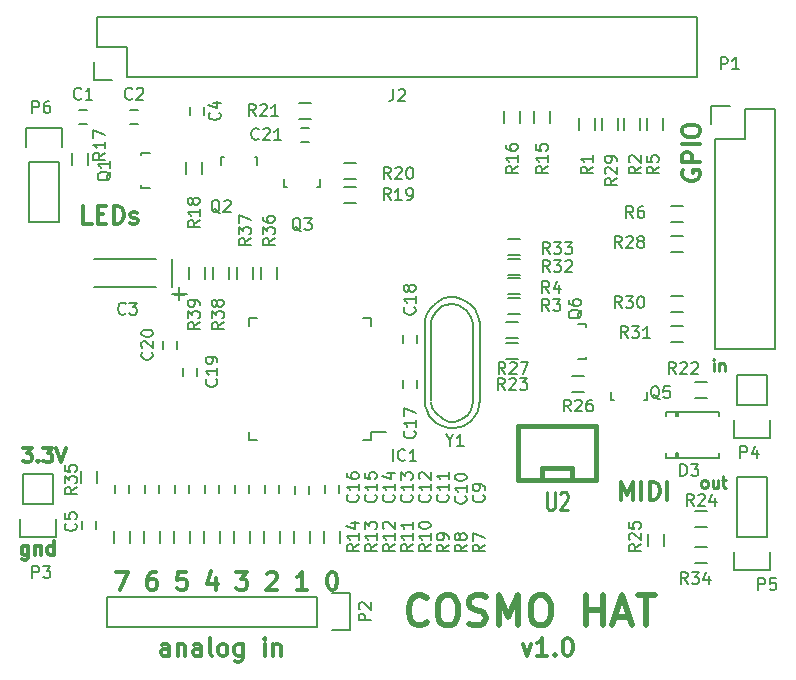
<source format=gto>
G04 #@! TF.FileFunction,Legend,Top*
%FSLAX46Y46*%
G04 Gerber Fmt 4.6, Leading zero omitted, Abs format (unit mm)*
G04 Created by KiCad (PCBNEW (2015-07-31 BZR 6030)-product) date lø. 01. aug. 2015 kl. 19.41 +0200*
%MOMM*%
G01*
G04 APERTURE LIST*
%ADD10C,0.100000*%
%ADD11C,0.300000*%
%ADD12C,0.250000*%
%ADD13C,0.375000*%
%ADD14C,0.500000*%
%ADD15C,0.150000*%
%ADD16C,0.381000*%
%ADD17C,0.285750*%
%ADD18C,0.287020*%
G04 APERTURE END LIST*
D10*
D11*
X58934572Y-94084857D02*
X59677429Y-94084857D01*
X59277429Y-94542000D01*
X59448857Y-94542000D01*
X59563143Y-94599143D01*
X59620286Y-94656286D01*
X59677429Y-94770571D01*
X59677429Y-95056286D01*
X59620286Y-95170571D01*
X59563143Y-95227714D01*
X59448857Y-95284857D01*
X59106000Y-95284857D01*
X58991714Y-95227714D01*
X58934572Y-95170571D01*
X60191714Y-95170571D02*
X60248857Y-95227714D01*
X60191714Y-95284857D01*
X60134571Y-95227714D01*
X60191714Y-95170571D01*
X60191714Y-95284857D01*
X60648858Y-94084857D02*
X61391715Y-94084857D01*
X60991715Y-94542000D01*
X61163143Y-94542000D01*
X61277429Y-94599143D01*
X61334572Y-94656286D01*
X61391715Y-94770571D01*
X61391715Y-95056286D01*
X61334572Y-95170571D01*
X61277429Y-95227714D01*
X61163143Y-95284857D01*
X60820286Y-95284857D01*
X60706000Y-95227714D01*
X60648858Y-95170571D01*
X61734572Y-94084857D02*
X62134572Y-95284857D01*
X62534572Y-94084857D01*
X59369429Y-102358857D02*
X59369429Y-103330286D01*
X59312286Y-103444571D01*
X59255143Y-103501714D01*
X59140858Y-103558857D01*
X58969429Y-103558857D01*
X58855143Y-103501714D01*
X59369429Y-103101714D02*
X59255143Y-103158857D01*
X59026572Y-103158857D01*
X58912286Y-103101714D01*
X58855143Y-103044571D01*
X58798000Y-102930286D01*
X58798000Y-102587429D01*
X58855143Y-102473143D01*
X58912286Y-102416000D01*
X59026572Y-102358857D01*
X59255143Y-102358857D01*
X59369429Y-102416000D01*
X59940857Y-102358857D02*
X59940857Y-103158857D01*
X59940857Y-102473143D02*
X59998000Y-102416000D01*
X60112286Y-102358857D01*
X60283714Y-102358857D01*
X60398000Y-102416000D01*
X60455143Y-102530286D01*
X60455143Y-103158857D01*
X61540857Y-103158857D02*
X61540857Y-101958857D01*
X61540857Y-103101714D02*
X61426571Y-103158857D01*
X61198000Y-103158857D01*
X61083714Y-103101714D01*
X61026571Y-103044571D01*
X60969428Y-102930286D01*
X60969428Y-102587429D01*
X61026571Y-102473143D01*
X61083714Y-102416000D01*
X61198000Y-102358857D01*
X61426571Y-102358857D01*
X61540857Y-102416000D01*
X66810001Y-104588571D02*
X67810001Y-104588571D01*
X67167144Y-106088571D01*
X70135715Y-104588571D02*
X69850001Y-104588571D01*
X69707144Y-104660000D01*
X69635715Y-104731429D01*
X69492858Y-104945714D01*
X69421429Y-105231429D01*
X69421429Y-105802857D01*
X69492858Y-105945714D01*
X69564286Y-106017143D01*
X69707144Y-106088571D01*
X69992858Y-106088571D01*
X70135715Y-106017143D01*
X70207144Y-105945714D01*
X70278572Y-105802857D01*
X70278572Y-105445714D01*
X70207144Y-105302857D01*
X70135715Y-105231429D01*
X69992858Y-105160000D01*
X69707144Y-105160000D01*
X69564286Y-105231429D01*
X69492858Y-105302857D01*
X69421429Y-105445714D01*
X72747144Y-104588571D02*
X72032858Y-104588571D01*
X71961429Y-105302857D01*
X72032858Y-105231429D01*
X72175715Y-105160000D01*
X72532858Y-105160000D01*
X72675715Y-105231429D01*
X72747144Y-105302857D01*
X72818572Y-105445714D01*
X72818572Y-105802857D01*
X72747144Y-105945714D01*
X72675715Y-106017143D01*
X72532858Y-106088571D01*
X72175715Y-106088571D01*
X72032858Y-106017143D01*
X71961429Y-105945714D01*
X75215715Y-105088571D02*
X75215715Y-106088571D01*
X74858572Y-104517143D02*
X74501429Y-105588571D01*
X75430001Y-105588571D01*
X76970001Y-104588571D02*
X77898572Y-104588571D01*
X77398572Y-105160000D01*
X77612858Y-105160000D01*
X77755715Y-105231429D01*
X77827144Y-105302857D01*
X77898572Y-105445714D01*
X77898572Y-105802857D01*
X77827144Y-105945714D01*
X77755715Y-106017143D01*
X77612858Y-106088571D01*
X77184286Y-106088571D01*
X77041429Y-106017143D01*
X76970001Y-105945714D01*
X79581429Y-104731429D02*
X79652858Y-104660000D01*
X79795715Y-104588571D01*
X80152858Y-104588571D01*
X80295715Y-104660000D01*
X80367144Y-104731429D01*
X80438572Y-104874286D01*
X80438572Y-105017143D01*
X80367144Y-105231429D01*
X79510001Y-106088571D01*
X80438572Y-106088571D01*
X82978572Y-106088571D02*
X82121429Y-106088571D01*
X82550001Y-106088571D02*
X82550001Y-104588571D01*
X82407144Y-104802857D01*
X82264286Y-104945714D01*
X82121429Y-105017143D01*
X85018572Y-104588571D02*
X85161429Y-104588571D01*
X85304286Y-104660000D01*
X85375715Y-104731429D01*
X85447144Y-104874286D01*
X85518572Y-105160000D01*
X85518572Y-105517143D01*
X85447144Y-105802857D01*
X85375715Y-105945714D01*
X85304286Y-106017143D01*
X85161429Y-106088571D01*
X85018572Y-106088571D01*
X84875715Y-106017143D01*
X84804286Y-105945714D01*
X84732858Y-105802857D01*
X84661429Y-105517143D01*
X84661429Y-105160000D01*
X84732858Y-104874286D01*
X84804286Y-104731429D01*
X84875715Y-104660000D01*
X85018572Y-104588571D01*
D12*
X116538476Y-97480381D02*
X116443238Y-97432762D01*
X116395619Y-97385143D01*
X116348000Y-97289905D01*
X116348000Y-97004190D01*
X116395619Y-96908952D01*
X116443238Y-96861333D01*
X116538476Y-96813714D01*
X116681334Y-96813714D01*
X116776572Y-96861333D01*
X116824191Y-96908952D01*
X116871810Y-97004190D01*
X116871810Y-97289905D01*
X116824191Y-97385143D01*
X116776572Y-97432762D01*
X116681334Y-97480381D01*
X116538476Y-97480381D01*
X117728953Y-96813714D02*
X117728953Y-97480381D01*
X117300381Y-96813714D02*
X117300381Y-97337524D01*
X117348000Y-97432762D01*
X117443238Y-97480381D01*
X117586096Y-97480381D01*
X117681334Y-97432762D01*
X117728953Y-97385143D01*
X118062286Y-96813714D02*
X118443238Y-96813714D01*
X118205143Y-96480381D02*
X118205143Y-97337524D01*
X118252762Y-97432762D01*
X118348000Y-97480381D01*
X118443238Y-97480381D01*
X117403619Y-87574381D02*
X117403619Y-86907714D01*
X117403619Y-86574381D02*
X117356000Y-86622000D01*
X117403619Y-86669619D01*
X117451238Y-86622000D01*
X117403619Y-86574381D01*
X117403619Y-86669619D01*
X117879809Y-86907714D02*
X117879809Y-87574381D01*
X117879809Y-87002952D02*
X117927428Y-86955333D01*
X118022666Y-86907714D01*
X118165524Y-86907714D01*
X118260762Y-86955333D01*
X118308381Y-87050571D01*
X118308381Y-87574381D01*
D11*
X109541714Y-98468571D02*
X109541714Y-96968571D01*
X110041714Y-98040000D01*
X110541714Y-96968571D01*
X110541714Y-98468571D01*
X111256000Y-98468571D02*
X111256000Y-96968571D01*
X111970286Y-98468571D02*
X111970286Y-96968571D01*
X112327429Y-96968571D01*
X112541714Y-97040000D01*
X112684572Y-97182857D01*
X112756000Y-97325714D01*
X112827429Y-97611429D01*
X112827429Y-97825714D01*
X112756000Y-98111429D01*
X112684572Y-98254286D01*
X112541714Y-98397143D01*
X112327429Y-98468571D01*
X111970286Y-98468571D01*
X113470286Y-98468571D02*
X113470286Y-96968571D01*
X64722572Y-75100571D02*
X64008286Y-75100571D01*
X64008286Y-73600571D01*
X65222572Y-74314857D02*
X65722572Y-74314857D01*
X65936858Y-75100571D02*
X65222572Y-75100571D01*
X65222572Y-73600571D01*
X65936858Y-73600571D01*
X66579715Y-75100571D02*
X66579715Y-73600571D01*
X66936858Y-73600571D01*
X67151143Y-73672000D01*
X67294001Y-73814857D01*
X67365429Y-73957714D01*
X67436858Y-74243429D01*
X67436858Y-74457714D01*
X67365429Y-74743429D01*
X67294001Y-74886286D01*
X67151143Y-75029143D01*
X66936858Y-75100571D01*
X66579715Y-75100571D01*
X68008286Y-75029143D02*
X68151143Y-75100571D01*
X68436858Y-75100571D01*
X68579715Y-75029143D01*
X68651143Y-74886286D01*
X68651143Y-74814857D01*
X68579715Y-74672000D01*
X68436858Y-74600571D01*
X68222572Y-74600571D01*
X68079715Y-74529143D01*
X68008286Y-74386286D01*
X68008286Y-74314857D01*
X68079715Y-74172000D01*
X68222572Y-74100571D01*
X68436858Y-74100571D01*
X68579715Y-74172000D01*
X114820000Y-70588000D02*
X114748571Y-70730857D01*
X114748571Y-70945143D01*
X114820000Y-71159428D01*
X114962857Y-71302286D01*
X115105714Y-71373714D01*
X115391429Y-71445143D01*
X115605714Y-71445143D01*
X115891429Y-71373714D01*
X116034286Y-71302286D01*
X116177143Y-71159428D01*
X116248571Y-70945143D01*
X116248571Y-70802286D01*
X116177143Y-70588000D01*
X116105714Y-70516571D01*
X115605714Y-70516571D01*
X115605714Y-70802286D01*
X116248571Y-69873714D02*
X114748571Y-69873714D01*
X114748571Y-69302286D01*
X114820000Y-69159428D01*
X114891429Y-69088000D01*
X115034286Y-69016571D01*
X115248571Y-69016571D01*
X115391429Y-69088000D01*
X115462857Y-69159428D01*
X115534286Y-69302286D01*
X115534286Y-69873714D01*
X116248571Y-68373714D02*
X114748571Y-68373714D01*
X114748571Y-67373714D02*
X114748571Y-67088000D01*
X114820000Y-66945142D01*
X114962857Y-66802285D01*
X115248571Y-66730857D01*
X115748571Y-66730857D01*
X116034286Y-66802285D01*
X116177143Y-66945142D01*
X116248571Y-67088000D01*
X116248571Y-67373714D01*
X116177143Y-67516571D01*
X116034286Y-67659428D01*
X115748571Y-67730857D01*
X115248571Y-67730857D01*
X114962857Y-67659428D01*
X114820000Y-67516571D01*
X114748571Y-67373714D01*
D13*
X71299143Y-111676571D02*
X71299143Y-110890857D01*
X71227714Y-110748000D01*
X71084857Y-110676571D01*
X70799143Y-110676571D01*
X70656286Y-110748000D01*
X71299143Y-111605143D02*
X71156286Y-111676571D01*
X70799143Y-111676571D01*
X70656286Y-111605143D01*
X70584857Y-111462286D01*
X70584857Y-111319429D01*
X70656286Y-111176571D01*
X70799143Y-111105143D01*
X71156286Y-111105143D01*
X71299143Y-111033714D01*
X72013429Y-110676571D02*
X72013429Y-111676571D01*
X72013429Y-110819429D02*
X72084857Y-110748000D01*
X72227715Y-110676571D01*
X72442000Y-110676571D01*
X72584857Y-110748000D01*
X72656286Y-110890857D01*
X72656286Y-111676571D01*
X74013429Y-111676571D02*
X74013429Y-110890857D01*
X73942000Y-110748000D01*
X73799143Y-110676571D01*
X73513429Y-110676571D01*
X73370572Y-110748000D01*
X74013429Y-111605143D02*
X73870572Y-111676571D01*
X73513429Y-111676571D01*
X73370572Y-111605143D01*
X73299143Y-111462286D01*
X73299143Y-111319429D01*
X73370572Y-111176571D01*
X73513429Y-111105143D01*
X73870572Y-111105143D01*
X74013429Y-111033714D01*
X74942001Y-111676571D02*
X74799143Y-111605143D01*
X74727715Y-111462286D01*
X74727715Y-110176571D01*
X75727715Y-111676571D02*
X75584857Y-111605143D01*
X75513429Y-111533714D01*
X75442000Y-111390857D01*
X75442000Y-110962286D01*
X75513429Y-110819429D01*
X75584857Y-110748000D01*
X75727715Y-110676571D01*
X75942000Y-110676571D01*
X76084857Y-110748000D01*
X76156286Y-110819429D01*
X76227715Y-110962286D01*
X76227715Y-111390857D01*
X76156286Y-111533714D01*
X76084857Y-111605143D01*
X75942000Y-111676571D01*
X75727715Y-111676571D01*
X77513429Y-110676571D02*
X77513429Y-111890857D01*
X77442000Y-112033714D01*
X77370572Y-112105143D01*
X77227715Y-112176571D01*
X77013429Y-112176571D01*
X76870572Y-112105143D01*
X77513429Y-111605143D02*
X77370572Y-111676571D01*
X77084858Y-111676571D01*
X76942000Y-111605143D01*
X76870572Y-111533714D01*
X76799143Y-111390857D01*
X76799143Y-110962286D01*
X76870572Y-110819429D01*
X76942000Y-110748000D01*
X77084858Y-110676571D01*
X77370572Y-110676571D01*
X77513429Y-110748000D01*
X79370572Y-111676571D02*
X79370572Y-110676571D01*
X79370572Y-110176571D02*
X79299143Y-110248000D01*
X79370572Y-110319429D01*
X79442000Y-110248000D01*
X79370572Y-110176571D01*
X79370572Y-110319429D01*
X80084858Y-110676571D02*
X80084858Y-111676571D01*
X80084858Y-110819429D02*
X80156286Y-110748000D01*
X80299144Y-110676571D01*
X80513429Y-110676571D01*
X80656286Y-110748000D01*
X80727715Y-110890857D01*
X80727715Y-111676571D01*
X101235144Y-110676571D02*
X101592287Y-111676571D01*
X101949429Y-110676571D01*
X103306572Y-111676571D02*
X102449429Y-111676571D01*
X102878001Y-111676571D02*
X102878001Y-110176571D01*
X102735144Y-110390857D01*
X102592286Y-110533714D01*
X102449429Y-110605143D01*
X103949429Y-111533714D02*
X104020857Y-111605143D01*
X103949429Y-111676571D01*
X103878000Y-111605143D01*
X103949429Y-111533714D01*
X103949429Y-111676571D01*
X104949429Y-110176571D02*
X105092286Y-110176571D01*
X105235143Y-110248000D01*
X105306572Y-110319429D01*
X105378001Y-110462286D01*
X105449429Y-110748000D01*
X105449429Y-111105143D01*
X105378001Y-111390857D01*
X105306572Y-111533714D01*
X105235143Y-111605143D01*
X105092286Y-111676571D01*
X104949429Y-111676571D01*
X104806572Y-111605143D01*
X104735143Y-111533714D01*
X104663715Y-111390857D01*
X104592286Y-111105143D01*
X104592286Y-110748000D01*
X104663715Y-110462286D01*
X104735143Y-110319429D01*
X104806572Y-110248000D01*
X104949429Y-110176571D01*
D14*
X93104000Y-108842857D02*
X92984952Y-108961905D01*
X92627809Y-109080952D01*
X92389714Y-109080952D01*
X92032571Y-108961905D01*
X91794476Y-108723810D01*
X91675428Y-108485714D01*
X91556380Y-108009524D01*
X91556380Y-107652381D01*
X91675428Y-107176190D01*
X91794476Y-106938095D01*
X92032571Y-106700000D01*
X92389714Y-106580952D01*
X92627809Y-106580952D01*
X92984952Y-106700000D01*
X93104000Y-106819048D01*
X94651619Y-106580952D02*
X95127809Y-106580952D01*
X95365904Y-106700000D01*
X95604000Y-106938095D01*
X95723047Y-107414286D01*
X95723047Y-108247619D01*
X95604000Y-108723810D01*
X95365904Y-108961905D01*
X95127809Y-109080952D01*
X94651619Y-109080952D01*
X94413523Y-108961905D01*
X94175428Y-108723810D01*
X94056380Y-108247619D01*
X94056380Y-107414286D01*
X94175428Y-106938095D01*
X94413523Y-106700000D01*
X94651619Y-106580952D01*
X96675428Y-108961905D02*
X97032571Y-109080952D01*
X97627809Y-109080952D01*
X97865905Y-108961905D01*
X97984952Y-108842857D01*
X98104000Y-108604762D01*
X98104000Y-108366667D01*
X97984952Y-108128571D01*
X97865905Y-108009524D01*
X97627809Y-107890476D01*
X97151619Y-107771429D01*
X96913524Y-107652381D01*
X96794476Y-107533333D01*
X96675428Y-107295238D01*
X96675428Y-107057143D01*
X96794476Y-106819048D01*
X96913524Y-106700000D01*
X97151619Y-106580952D01*
X97746857Y-106580952D01*
X98104000Y-106700000D01*
X99175428Y-109080952D02*
X99175428Y-106580952D01*
X100008761Y-108366667D01*
X100842095Y-106580952D01*
X100842095Y-109080952D01*
X102508762Y-106580952D02*
X102984952Y-106580952D01*
X103223047Y-106700000D01*
X103461143Y-106938095D01*
X103580190Y-107414286D01*
X103580190Y-108247619D01*
X103461143Y-108723810D01*
X103223047Y-108961905D01*
X102984952Y-109080952D01*
X102508762Y-109080952D01*
X102270666Y-108961905D01*
X102032571Y-108723810D01*
X101913523Y-108247619D01*
X101913523Y-107414286D01*
X102032571Y-106938095D01*
X102270666Y-106700000D01*
X102508762Y-106580952D01*
X106556381Y-109080952D02*
X106556381Y-106580952D01*
X106556381Y-107771429D02*
X107984953Y-107771429D01*
X107984953Y-109080952D02*
X107984953Y-106580952D01*
X109056381Y-108366667D02*
X110246858Y-108366667D01*
X108818286Y-109080952D02*
X109651620Y-106580952D01*
X110484953Y-109080952D01*
X110961143Y-106580952D02*
X112389715Y-106580952D01*
X111675429Y-109080952D02*
X111675429Y-106580952D01*
D15*
X116018000Y-57588000D02*
X65218000Y-57588000D01*
X67758000Y-62668000D02*
X116018000Y-62668000D01*
X116018000Y-57588000D02*
X116018000Y-62668000D01*
X65218000Y-57588000D02*
X65218000Y-60128000D01*
X64938000Y-61398000D02*
X64938000Y-62948000D01*
X65218000Y-60128000D02*
X67758000Y-60128000D01*
X67758000Y-60128000D02*
X67758000Y-62668000D01*
X64938000Y-62948000D02*
X66488000Y-62948000D01*
X88360000Y-93440000D02*
X88360000Y-92765000D01*
X78010000Y-93440000D02*
X78010000Y-92765000D01*
X78010000Y-83090000D02*
X78010000Y-83765000D01*
X88360000Y-83090000D02*
X88360000Y-83765000D01*
X88360000Y-93440000D02*
X87685000Y-93440000D01*
X88360000Y-83090000D02*
X87685000Y-83090000D01*
X78010000Y-83090000D02*
X78685000Y-83090000D01*
X78010000Y-93440000D02*
X78685000Y-93440000D01*
X88360000Y-92765000D02*
X89635000Y-92765000D01*
X85690000Y-97186000D02*
X85690000Y-97886000D01*
X84490000Y-97886000D02*
X84490000Y-97186000D01*
X83150000Y-97313000D02*
X83150000Y-98013000D01*
X81950000Y-98013000D02*
X81950000Y-97313000D01*
X80610000Y-97186000D02*
X80610000Y-97886000D01*
X79410000Y-97886000D02*
X79410000Y-97186000D01*
X78070000Y-97186000D02*
X78070000Y-97886000D01*
X76870000Y-97886000D02*
X76870000Y-97186000D01*
X75530000Y-97186000D02*
X75530000Y-97886000D01*
X74330000Y-97886000D02*
X74330000Y-97186000D01*
X72990000Y-97186000D02*
X72990000Y-97886000D01*
X71790000Y-97886000D02*
X71790000Y-97186000D01*
X70450000Y-97186000D02*
X70450000Y-97886000D01*
X69250000Y-97886000D02*
X69250000Y-97186000D01*
X67910000Y-97186000D02*
X67910000Y-97886000D01*
X66710000Y-97886000D02*
X66710000Y-97186000D01*
X91094000Y-88996000D02*
X91094000Y-88296000D01*
X92294000Y-88296000D02*
X92294000Y-88996000D01*
X92294000Y-84486000D02*
X92294000Y-85186000D01*
X91094000Y-85186000D02*
X91094000Y-84486000D01*
X73625000Y-87280000D02*
X73625000Y-87980000D01*
X72425000Y-87980000D02*
X72425000Y-87280000D01*
X70774000Y-85694000D02*
X70774000Y-84994000D01*
X71974000Y-84994000D02*
X71974000Y-85694000D01*
X85765000Y-101100000D02*
X85765000Y-102100000D01*
X84415000Y-102100000D02*
X84415000Y-101100000D01*
X80685000Y-101100000D02*
X80685000Y-102100000D01*
X79335000Y-102100000D02*
X79335000Y-101100000D01*
X75605000Y-101100000D02*
X75605000Y-102100000D01*
X74255000Y-102100000D02*
X74255000Y-101100000D01*
X70525000Y-101100000D02*
X70525000Y-102100000D01*
X69175000Y-102100000D02*
X69175000Y-101100000D01*
X83225000Y-101100000D02*
X83225000Y-102100000D01*
X81875000Y-102100000D02*
X81875000Y-101100000D01*
X78145000Y-101100000D02*
X78145000Y-102100000D01*
X76795000Y-102100000D02*
X76795000Y-101100000D01*
X73065000Y-101100000D02*
X73065000Y-102100000D01*
X71715000Y-102100000D02*
X71715000Y-101100000D01*
X67985000Y-101100000D02*
X67985000Y-102100000D01*
X66635000Y-102100000D02*
X66635000Y-101100000D01*
X102195000Y-66540000D02*
X102195000Y-65540000D01*
X103545000Y-65540000D02*
X103545000Y-66540000D01*
X99655000Y-66540000D02*
X99655000Y-65540000D01*
X101005000Y-65540000D02*
X101005000Y-66540000D01*
X82454000Y-66964000D02*
X83154000Y-66964000D01*
X83154000Y-68164000D02*
X82454000Y-68164000D01*
X69646800Y-72111820D02*
X68945760Y-72111820D01*
X68945760Y-72111820D02*
X68945760Y-71862900D01*
X68945760Y-69312840D02*
X68945760Y-69112180D01*
X68945760Y-69112180D02*
X69646800Y-69112180D01*
X64429000Y-69096000D02*
X64429000Y-70096000D01*
X63079000Y-70096000D02*
X63079000Y-69096000D01*
X74081000Y-69858000D02*
X74081000Y-70858000D01*
X72731000Y-70858000D02*
X72731000Y-69858000D01*
X87114000Y-73319000D02*
X86114000Y-73319000D01*
X86114000Y-71969000D02*
X87114000Y-71969000D01*
X75716180Y-70154800D02*
X75716180Y-69453760D01*
X75716180Y-69453760D02*
X75965100Y-69453760D01*
X78515160Y-69453760D02*
X78715820Y-69453760D01*
X78715820Y-69453760D02*
X78715820Y-70154800D01*
X84049820Y-71323200D02*
X84049820Y-72024240D01*
X84049820Y-72024240D02*
X83800900Y-72024240D01*
X81250840Y-72024240D02*
X81050180Y-72024240D01*
X81050180Y-72024240D02*
X81050180Y-71323200D01*
X87114000Y-71287000D02*
X86114000Y-71287000D01*
X86114000Y-69937000D02*
X87114000Y-69937000D01*
X83304000Y-66207000D02*
X82304000Y-66207000D01*
X82304000Y-64857000D02*
X83304000Y-64857000D01*
X113320000Y-91014000D02*
X113320000Y-91414000D01*
X113320000Y-94914000D02*
X113320000Y-94514000D01*
X117820000Y-94914000D02*
X117820000Y-94514000D01*
X117820000Y-91014000D02*
X117820000Y-91414000D01*
X114220000Y-94914000D02*
X114220000Y-94514000D01*
X114220000Y-94514000D02*
X114370000Y-94514000D01*
X114370000Y-94514000D02*
X114370000Y-94914000D01*
X114220000Y-91014000D02*
X114220000Y-91414000D01*
X114220000Y-91414000D02*
X114370000Y-91414000D01*
X114370000Y-91414000D02*
X114370000Y-91014000D01*
X113320000Y-91014000D02*
X117820000Y-91014000D01*
X117820000Y-94914000D02*
X113320000Y-94914000D01*
X119380000Y-90424000D02*
X119380000Y-87884000D01*
X119100000Y-93244000D02*
X119100000Y-91694000D01*
X119380000Y-90424000D02*
X121920000Y-90424000D01*
X122200000Y-91694000D02*
X122200000Y-93244000D01*
X122200000Y-93244000D02*
X119100000Y-93244000D01*
X121920000Y-90424000D02*
X121920000Y-87884000D01*
X121920000Y-87884000D02*
X119380000Y-87884000D01*
X121920000Y-101600000D02*
X121920000Y-96520000D01*
X121920000Y-96520000D02*
X119380000Y-96520000D01*
X119380000Y-96520000D02*
X119380000Y-101600000D01*
X119100000Y-104420000D02*
X119100000Y-102870000D01*
X119380000Y-101600000D02*
X121920000Y-101600000D01*
X122200000Y-102870000D02*
X122200000Y-104420000D01*
X122200000Y-104420000D02*
X119100000Y-104420000D01*
X111735820Y-89357200D02*
X111735820Y-90058240D01*
X111735820Y-90058240D02*
X111486900Y-90058240D01*
X108936840Y-90058240D02*
X108736180Y-90058240D01*
X108736180Y-90058240D02*
X108736180Y-89357200D01*
X105867200Y-83590180D02*
X106568240Y-83590180D01*
X106568240Y-83590180D02*
X106568240Y-83839100D01*
X106568240Y-86389160D02*
X106568240Y-86589820D01*
X106568240Y-86589820D02*
X105867200Y-86589820D01*
X115832000Y-88479000D02*
X116832000Y-88479000D01*
X116832000Y-89829000D02*
X115832000Y-89829000D01*
X99830000Y-85177000D02*
X100830000Y-85177000D01*
X100830000Y-86527000D02*
X99830000Y-86527000D01*
X115832000Y-99401000D02*
X116832000Y-99401000D01*
X116832000Y-100751000D02*
X115832000Y-100751000D01*
X111847000Y-102354000D02*
X111847000Y-101354000D01*
X113197000Y-101354000D02*
X113197000Y-102354000D01*
X105418000Y-87971000D02*
X106418000Y-87971000D01*
X106418000Y-89321000D02*
X105418000Y-89321000D01*
X99830000Y-83399000D02*
X100830000Y-83399000D01*
X100830000Y-84749000D02*
X99830000Y-84749000D01*
X59436000Y-69850000D02*
X59436000Y-74930000D01*
X59436000Y-74930000D02*
X61976000Y-74930000D01*
X61976000Y-74930000D02*
X61976000Y-69850000D01*
X62256000Y-67030000D02*
X62256000Y-68580000D01*
X61976000Y-69850000D02*
X59436000Y-69850000D01*
X59156000Y-68580000D02*
X59156000Y-67030000D01*
X59156000Y-67030000D02*
X62256000Y-67030000D01*
X107355000Y-66175000D02*
X107355000Y-67175000D01*
X106005000Y-67175000D02*
X106005000Y-66175000D01*
X111165000Y-66175000D02*
X111165000Y-67175000D01*
X109815000Y-67175000D02*
X109815000Y-66175000D01*
X99957000Y-81367000D02*
X100957000Y-81367000D01*
X100957000Y-82717000D02*
X99957000Y-82717000D01*
X99957000Y-79716000D02*
X100957000Y-79716000D01*
X100957000Y-81066000D02*
X99957000Y-81066000D01*
X113070000Y-66175000D02*
X113070000Y-67175000D01*
X111720000Y-67175000D02*
X111720000Y-66175000D01*
X113800000Y-73620000D02*
X114800000Y-73620000D01*
X114800000Y-74970000D02*
X113800000Y-74970000D01*
X113800000Y-76160000D02*
X114800000Y-76160000D01*
X114800000Y-77510000D02*
X113800000Y-77510000D01*
X109260000Y-66175000D02*
X109260000Y-67175000D01*
X107910000Y-67175000D02*
X107910000Y-66175000D01*
X113800000Y-81240000D02*
X114800000Y-81240000D01*
X114800000Y-82590000D02*
X113800000Y-82590000D01*
X113800000Y-83780000D02*
X114800000Y-83780000D01*
X114800000Y-85130000D02*
X113800000Y-85130000D01*
X99957000Y-78065000D02*
X100957000Y-78065000D01*
X100957000Y-79415000D02*
X99957000Y-79415000D01*
X99957000Y-76414000D02*
X100957000Y-76414000D01*
X100957000Y-77764000D02*
X99957000Y-77764000D01*
X63658000Y-65440000D02*
X64358000Y-65440000D01*
X64358000Y-66640000D02*
X63658000Y-66640000D01*
X67976000Y-65440000D02*
X68676000Y-65440000D01*
X68676000Y-66640000D02*
X67976000Y-66640000D01*
D16*
X107442000Y-92202000D02*
X107442000Y-96774000D01*
X100838000Y-96774000D02*
X100838000Y-92202000D01*
X102870000Y-95758000D02*
X102870000Y-96774000D01*
X105410000Y-95758000D02*
X105410000Y-96774000D01*
X100838000Y-92202000D02*
X107442000Y-92202000D01*
X107442000Y-96774000D02*
X100838000Y-96774000D01*
X102870000Y-95758000D02*
X105410000Y-95758000D01*
D15*
X70164960Y-78049120D02*
X64963040Y-78049120D01*
X64963040Y-80446880D02*
X70164960Y-80446880D01*
X72163940Y-81546700D02*
X72163940Y-80446880D01*
X72763380Y-81046320D02*
X71564500Y-81046320D01*
X71559420Y-80446880D02*
X71559420Y-78049120D01*
X73060000Y-65882000D02*
X73060000Y-65182000D01*
X74260000Y-65182000D02*
X74260000Y-65882000D01*
X115832000Y-102449000D02*
X116832000Y-102449000D01*
X116832000Y-103799000D02*
X115832000Y-103799000D01*
X94249240Y-82169000D02*
X94650560Y-81968340D01*
X94650560Y-81968340D02*
X95250000Y-81866740D01*
X95250000Y-81866740D02*
X95750380Y-81968340D01*
X95750380Y-81968340D02*
X96448880Y-82367120D01*
X96448880Y-82367120D02*
X96850200Y-82969100D01*
X96850200Y-82969100D02*
X97050860Y-83568540D01*
X97050860Y-83568540D02*
X97050860Y-90167460D01*
X97050860Y-90167460D02*
X96850200Y-90868500D01*
X96850200Y-90868500D02*
X96550480Y-91267280D01*
X96550480Y-91267280D02*
X96050100Y-91668600D01*
X96050100Y-91668600D02*
X95450660Y-91869260D01*
X95450660Y-91869260D02*
X94950280Y-91869260D01*
X94950280Y-91869260D02*
X94449900Y-91668600D01*
X94449900Y-91668600D02*
X93850460Y-91168220D01*
X93850460Y-91168220D02*
X93550740Y-90667840D01*
X93550740Y-90667840D02*
X93449140Y-90167460D01*
X93449140Y-90068400D02*
X93449140Y-83466940D01*
X93449140Y-83466940D02*
X93550740Y-83068160D01*
X93550740Y-83068160D02*
X93850460Y-82567780D01*
X93850460Y-82567780D02*
X94350840Y-82067400D01*
X92920820Y-90058240D02*
X92969080Y-90517980D01*
X92969080Y-90517980D02*
X93080840Y-90916760D01*
X93080840Y-90916760D02*
X93299280Y-91348560D01*
X93299280Y-91348560D02*
X93530420Y-91638120D01*
X93530420Y-91638120D02*
X93880940Y-91968320D01*
X93880940Y-91968320D02*
X94419420Y-92257880D01*
X94419420Y-92257880D02*
X95018860Y-92387420D01*
X95018860Y-92387420D02*
X95529400Y-92387420D01*
X95529400Y-92387420D02*
X96230440Y-92217240D01*
X96230440Y-92217240D02*
X96819720Y-91818460D01*
X96819720Y-91818460D02*
X97190560Y-91358720D01*
X97190560Y-91358720D02*
X97398840Y-90937080D01*
X97398840Y-90937080D02*
X97558860Y-90487500D01*
X97558860Y-90487500D02*
X97589340Y-90048080D01*
X97370900Y-82707480D02*
X97149920Y-82329020D01*
X97149920Y-82329020D02*
X96870520Y-82008980D01*
X96870520Y-82008980D02*
X96540320Y-81757520D01*
X96540320Y-81757520D02*
X95989140Y-81457800D01*
X95989140Y-81457800D02*
X95519240Y-81348580D01*
X95519240Y-81348580D02*
X95059500Y-81328260D01*
X95059500Y-81328260D02*
X94599760Y-81417160D01*
X94599760Y-81417160D02*
X94150180Y-81607660D01*
X94150180Y-81607660D02*
X93680280Y-81968340D01*
X93680280Y-81968340D02*
X93360240Y-82318860D01*
X93360240Y-82318860D02*
X93129100Y-82707480D01*
X93129100Y-82707480D02*
X92989400Y-83136740D01*
X92989400Y-83136740D02*
X92920820Y-83578700D01*
X97579180Y-90068400D02*
X97579180Y-83616800D01*
X97579180Y-83616800D02*
X97541080Y-83197700D01*
X97541080Y-83197700D02*
X97370900Y-82707480D01*
X92920820Y-90068400D02*
X92920820Y-83616800D01*
X65116000Y-100234000D02*
X65116000Y-100934000D01*
X63916000Y-100934000D02*
X63916000Y-100234000D01*
X65191000Y-96020000D02*
X65191000Y-97020000D01*
X63841000Y-97020000D02*
X63841000Y-96020000D01*
X80431000Y-78748000D02*
X80431000Y-79748000D01*
X79081000Y-79748000D02*
X79081000Y-78748000D01*
X78399000Y-78748000D02*
X78399000Y-79748000D01*
X77049000Y-79748000D02*
X77049000Y-78748000D01*
X76367000Y-78748000D02*
X76367000Y-79748000D01*
X75017000Y-79748000D02*
X75017000Y-78748000D01*
X74335000Y-78748000D02*
X74335000Y-79748000D01*
X72985000Y-79748000D02*
X72985000Y-78748000D01*
X122555000Y-85725000D02*
X122555000Y-65405000D01*
X117475000Y-67945000D02*
X117475000Y-85725000D01*
X122555000Y-85725000D02*
X117475000Y-85725000D01*
X122555000Y-65405000D02*
X120015000Y-65405000D01*
X118745000Y-65125000D02*
X117195000Y-65125000D01*
X120015000Y-65405000D02*
X120015000Y-67945000D01*
X120015000Y-67945000D02*
X117475000Y-67945000D01*
X117195000Y-65125000D02*
X117195000Y-66675000D01*
X83820000Y-109220000D02*
X66040000Y-109220000D01*
X66040000Y-109220000D02*
X66040000Y-106680000D01*
X66040000Y-106680000D02*
X83820000Y-106680000D01*
X86640000Y-109500000D02*
X85090000Y-109500000D01*
X83820000Y-109220000D02*
X83820000Y-106680000D01*
X85090000Y-106400000D02*
X86640000Y-106400000D01*
X86640000Y-106400000D02*
X86640000Y-109500000D01*
X58928000Y-98806000D02*
X58928000Y-96266000D01*
X58648000Y-101626000D02*
X58648000Y-100076000D01*
X58928000Y-98806000D02*
X61468000Y-98806000D01*
X61748000Y-100076000D02*
X61748000Y-101626000D01*
X61748000Y-101626000D02*
X58648000Y-101626000D01*
X61468000Y-98806000D02*
X61468000Y-96266000D01*
X61468000Y-96266000D02*
X58928000Y-96266000D01*
X90281167Y-63714381D02*
X90281167Y-64428667D01*
X90233547Y-64571524D01*
X90138309Y-64666762D01*
X89995452Y-64714381D01*
X89900214Y-64714381D01*
X90709738Y-63809619D02*
X90757357Y-63762000D01*
X90852595Y-63714381D01*
X91090691Y-63714381D01*
X91185929Y-63762000D01*
X91233548Y-63809619D01*
X91281167Y-63904857D01*
X91281167Y-64000095D01*
X91233548Y-64142952D01*
X90662119Y-64714381D01*
X91281167Y-64714381D01*
X90209810Y-95194381D02*
X90209810Y-94194381D01*
X91257429Y-95099143D02*
X91209810Y-95146762D01*
X91066953Y-95194381D01*
X90971715Y-95194381D01*
X90828857Y-95146762D01*
X90733619Y-95051524D01*
X90686000Y-94956286D01*
X90638381Y-94765810D01*
X90638381Y-94622952D01*
X90686000Y-94432476D01*
X90733619Y-94337238D01*
X90828857Y-94242000D01*
X90971715Y-94194381D01*
X91066953Y-94194381D01*
X91209810Y-94242000D01*
X91257429Y-94289619D01*
X92209810Y-95194381D02*
X91638381Y-95194381D01*
X91924095Y-95194381D02*
X91924095Y-94194381D01*
X91828857Y-94337238D01*
X91733619Y-94432476D01*
X91638381Y-94480095D01*
X97893143Y-98083666D02*
X97940762Y-98131285D01*
X97988381Y-98274142D01*
X97988381Y-98369380D01*
X97940762Y-98512238D01*
X97845524Y-98607476D01*
X97750286Y-98655095D01*
X97559810Y-98702714D01*
X97416952Y-98702714D01*
X97226476Y-98655095D01*
X97131238Y-98607476D01*
X97036000Y-98512238D01*
X96988381Y-98369380D01*
X96988381Y-98274142D01*
X97036000Y-98131285D01*
X97083619Y-98083666D01*
X97988381Y-97607476D02*
X97988381Y-97417000D01*
X97940762Y-97321761D01*
X97893143Y-97274142D01*
X97750286Y-97178904D01*
X97559810Y-97131285D01*
X97178857Y-97131285D01*
X97083619Y-97178904D01*
X97036000Y-97226523D01*
X96988381Y-97321761D01*
X96988381Y-97512238D01*
X97036000Y-97607476D01*
X97083619Y-97655095D01*
X97178857Y-97702714D01*
X97416952Y-97702714D01*
X97512190Y-97655095D01*
X97559810Y-97607476D01*
X97607429Y-97512238D01*
X97607429Y-97321761D01*
X97559810Y-97226523D01*
X97512190Y-97178904D01*
X97416952Y-97131285D01*
X96369143Y-98178857D02*
X96416762Y-98226476D01*
X96464381Y-98369333D01*
X96464381Y-98464571D01*
X96416762Y-98607429D01*
X96321524Y-98702667D01*
X96226286Y-98750286D01*
X96035810Y-98797905D01*
X95892952Y-98797905D01*
X95702476Y-98750286D01*
X95607238Y-98702667D01*
X95512000Y-98607429D01*
X95464381Y-98464571D01*
X95464381Y-98369333D01*
X95512000Y-98226476D01*
X95559619Y-98178857D01*
X96464381Y-97226476D02*
X96464381Y-97797905D01*
X96464381Y-97512191D02*
X95464381Y-97512191D01*
X95607238Y-97607429D01*
X95702476Y-97702667D01*
X95750095Y-97797905D01*
X95464381Y-96607429D02*
X95464381Y-96512190D01*
X95512000Y-96416952D01*
X95559619Y-96369333D01*
X95654857Y-96321714D01*
X95845333Y-96274095D01*
X96083429Y-96274095D01*
X96273905Y-96321714D01*
X96369143Y-96369333D01*
X96416762Y-96416952D01*
X96464381Y-96512190D01*
X96464381Y-96607429D01*
X96416762Y-96702667D01*
X96369143Y-96750286D01*
X96273905Y-96797905D01*
X96083429Y-96845524D01*
X95845333Y-96845524D01*
X95654857Y-96797905D01*
X95559619Y-96750286D01*
X95512000Y-96702667D01*
X95464381Y-96607429D01*
X94845143Y-98051857D02*
X94892762Y-98099476D01*
X94940381Y-98242333D01*
X94940381Y-98337571D01*
X94892762Y-98480429D01*
X94797524Y-98575667D01*
X94702286Y-98623286D01*
X94511810Y-98670905D01*
X94368952Y-98670905D01*
X94178476Y-98623286D01*
X94083238Y-98575667D01*
X93988000Y-98480429D01*
X93940381Y-98337571D01*
X93940381Y-98242333D01*
X93988000Y-98099476D01*
X94035619Y-98051857D01*
X94940381Y-97099476D02*
X94940381Y-97670905D01*
X94940381Y-97385191D02*
X93940381Y-97385191D01*
X94083238Y-97480429D01*
X94178476Y-97575667D01*
X94226095Y-97670905D01*
X94940381Y-96147095D02*
X94940381Y-96718524D01*
X94940381Y-96432810D02*
X93940381Y-96432810D01*
X94083238Y-96528048D01*
X94178476Y-96623286D01*
X94226095Y-96718524D01*
X93321143Y-98051857D02*
X93368762Y-98099476D01*
X93416381Y-98242333D01*
X93416381Y-98337571D01*
X93368762Y-98480429D01*
X93273524Y-98575667D01*
X93178286Y-98623286D01*
X92987810Y-98670905D01*
X92844952Y-98670905D01*
X92654476Y-98623286D01*
X92559238Y-98575667D01*
X92464000Y-98480429D01*
X92416381Y-98337571D01*
X92416381Y-98242333D01*
X92464000Y-98099476D01*
X92511619Y-98051857D01*
X93416381Y-97099476D02*
X93416381Y-97670905D01*
X93416381Y-97385191D02*
X92416381Y-97385191D01*
X92559238Y-97480429D01*
X92654476Y-97575667D01*
X92702095Y-97670905D01*
X92511619Y-96718524D02*
X92464000Y-96670905D01*
X92416381Y-96575667D01*
X92416381Y-96337571D01*
X92464000Y-96242333D01*
X92511619Y-96194714D01*
X92606857Y-96147095D01*
X92702095Y-96147095D01*
X92844952Y-96194714D01*
X93416381Y-96766143D01*
X93416381Y-96147095D01*
X91797143Y-98051857D02*
X91844762Y-98099476D01*
X91892381Y-98242333D01*
X91892381Y-98337571D01*
X91844762Y-98480429D01*
X91749524Y-98575667D01*
X91654286Y-98623286D01*
X91463810Y-98670905D01*
X91320952Y-98670905D01*
X91130476Y-98623286D01*
X91035238Y-98575667D01*
X90940000Y-98480429D01*
X90892381Y-98337571D01*
X90892381Y-98242333D01*
X90940000Y-98099476D01*
X90987619Y-98051857D01*
X91892381Y-97099476D02*
X91892381Y-97670905D01*
X91892381Y-97385191D02*
X90892381Y-97385191D01*
X91035238Y-97480429D01*
X91130476Y-97575667D01*
X91178095Y-97670905D01*
X90892381Y-96766143D02*
X90892381Y-96147095D01*
X91273333Y-96480429D01*
X91273333Y-96337571D01*
X91320952Y-96242333D01*
X91368571Y-96194714D01*
X91463810Y-96147095D01*
X91701905Y-96147095D01*
X91797143Y-96194714D01*
X91844762Y-96242333D01*
X91892381Y-96337571D01*
X91892381Y-96623286D01*
X91844762Y-96718524D01*
X91797143Y-96766143D01*
X90273143Y-98051857D02*
X90320762Y-98099476D01*
X90368381Y-98242333D01*
X90368381Y-98337571D01*
X90320762Y-98480429D01*
X90225524Y-98575667D01*
X90130286Y-98623286D01*
X89939810Y-98670905D01*
X89796952Y-98670905D01*
X89606476Y-98623286D01*
X89511238Y-98575667D01*
X89416000Y-98480429D01*
X89368381Y-98337571D01*
X89368381Y-98242333D01*
X89416000Y-98099476D01*
X89463619Y-98051857D01*
X90368381Y-97099476D02*
X90368381Y-97670905D01*
X90368381Y-97385191D02*
X89368381Y-97385191D01*
X89511238Y-97480429D01*
X89606476Y-97575667D01*
X89654095Y-97670905D01*
X89701714Y-96242333D02*
X90368381Y-96242333D01*
X89320762Y-96480429D02*
X90035048Y-96718524D01*
X90035048Y-96099476D01*
X88749143Y-98051857D02*
X88796762Y-98099476D01*
X88844381Y-98242333D01*
X88844381Y-98337571D01*
X88796762Y-98480429D01*
X88701524Y-98575667D01*
X88606286Y-98623286D01*
X88415810Y-98670905D01*
X88272952Y-98670905D01*
X88082476Y-98623286D01*
X87987238Y-98575667D01*
X87892000Y-98480429D01*
X87844381Y-98337571D01*
X87844381Y-98242333D01*
X87892000Y-98099476D01*
X87939619Y-98051857D01*
X88844381Y-97099476D02*
X88844381Y-97670905D01*
X88844381Y-97385191D02*
X87844381Y-97385191D01*
X87987238Y-97480429D01*
X88082476Y-97575667D01*
X88130095Y-97670905D01*
X87844381Y-96194714D02*
X87844381Y-96670905D01*
X88320571Y-96718524D01*
X88272952Y-96670905D01*
X88225333Y-96575667D01*
X88225333Y-96337571D01*
X88272952Y-96242333D01*
X88320571Y-96194714D01*
X88415810Y-96147095D01*
X88653905Y-96147095D01*
X88749143Y-96194714D01*
X88796762Y-96242333D01*
X88844381Y-96337571D01*
X88844381Y-96575667D01*
X88796762Y-96670905D01*
X88749143Y-96718524D01*
X87225143Y-98051857D02*
X87272762Y-98099476D01*
X87320381Y-98242333D01*
X87320381Y-98337571D01*
X87272762Y-98480429D01*
X87177524Y-98575667D01*
X87082286Y-98623286D01*
X86891810Y-98670905D01*
X86748952Y-98670905D01*
X86558476Y-98623286D01*
X86463238Y-98575667D01*
X86368000Y-98480429D01*
X86320381Y-98337571D01*
X86320381Y-98242333D01*
X86368000Y-98099476D01*
X86415619Y-98051857D01*
X87320381Y-97099476D02*
X87320381Y-97670905D01*
X87320381Y-97385191D02*
X86320381Y-97385191D01*
X86463238Y-97480429D01*
X86558476Y-97575667D01*
X86606095Y-97670905D01*
X86320381Y-96242333D02*
X86320381Y-96432810D01*
X86368000Y-96528048D01*
X86415619Y-96575667D01*
X86558476Y-96670905D01*
X86748952Y-96718524D01*
X87129905Y-96718524D01*
X87225143Y-96670905D01*
X87272762Y-96623286D01*
X87320381Y-96528048D01*
X87320381Y-96337571D01*
X87272762Y-96242333D01*
X87225143Y-96194714D01*
X87129905Y-96147095D01*
X86891810Y-96147095D01*
X86796571Y-96194714D01*
X86748952Y-96242333D01*
X86701333Y-96337571D01*
X86701333Y-96528048D01*
X86748952Y-96623286D01*
X86796571Y-96670905D01*
X86891810Y-96718524D01*
X92051143Y-92654357D02*
X92098762Y-92701976D01*
X92146381Y-92844833D01*
X92146381Y-92940071D01*
X92098762Y-93082929D01*
X92003524Y-93178167D01*
X91908286Y-93225786D01*
X91717810Y-93273405D01*
X91574952Y-93273405D01*
X91384476Y-93225786D01*
X91289238Y-93178167D01*
X91194000Y-93082929D01*
X91146381Y-92940071D01*
X91146381Y-92844833D01*
X91194000Y-92701976D01*
X91241619Y-92654357D01*
X92146381Y-91701976D02*
X92146381Y-92273405D01*
X92146381Y-91987691D02*
X91146381Y-91987691D01*
X91289238Y-92082929D01*
X91384476Y-92178167D01*
X91432095Y-92273405D01*
X91146381Y-91368643D02*
X91146381Y-90701976D01*
X92146381Y-91130548D01*
X92051143Y-82176857D02*
X92098762Y-82224476D01*
X92146381Y-82367333D01*
X92146381Y-82462571D01*
X92098762Y-82605429D01*
X92003524Y-82700667D01*
X91908286Y-82748286D01*
X91717810Y-82795905D01*
X91574952Y-82795905D01*
X91384476Y-82748286D01*
X91289238Y-82700667D01*
X91194000Y-82605429D01*
X91146381Y-82462571D01*
X91146381Y-82367333D01*
X91194000Y-82224476D01*
X91241619Y-82176857D01*
X92146381Y-81224476D02*
X92146381Y-81795905D01*
X92146381Y-81510191D02*
X91146381Y-81510191D01*
X91289238Y-81605429D01*
X91384476Y-81700667D01*
X91432095Y-81795905D01*
X91574952Y-80653048D02*
X91527333Y-80748286D01*
X91479714Y-80795905D01*
X91384476Y-80843524D01*
X91336857Y-80843524D01*
X91241619Y-80795905D01*
X91194000Y-80748286D01*
X91146381Y-80653048D01*
X91146381Y-80462571D01*
X91194000Y-80367333D01*
X91241619Y-80319714D01*
X91336857Y-80272095D01*
X91384476Y-80272095D01*
X91479714Y-80319714D01*
X91527333Y-80367333D01*
X91574952Y-80462571D01*
X91574952Y-80653048D01*
X91622571Y-80748286D01*
X91670190Y-80795905D01*
X91765429Y-80843524D01*
X91955905Y-80843524D01*
X92051143Y-80795905D01*
X92098762Y-80748286D01*
X92146381Y-80653048D01*
X92146381Y-80462571D01*
X92098762Y-80367333D01*
X92051143Y-80319714D01*
X91955905Y-80272095D01*
X91765429Y-80272095D01*
X91670190Y-80319714D01*
X91622571Y-80367333D01*
X91574952Y-80462571D01*
X75282143Y-88272857D02*
X75329762Y-88320476D01*
X75377381Y-88463333D01*
X75377381Y-88558571D01*
X75329762Y-88701429D01*
X75234524Y-88796667D01*
X75139286Y-88844286D01*
X74948810Y-88891905D01*
X74805952Y-88891905D01*
X74615476Y-88844286D01*
X74520238Y-88796667D01*
X74425000Y-88701429D01*
X74377381Y-88558571D01*
X74377381Y-88463333D01*
X74425000Y-88320476D01*
X74472619Y-88272857D01*
X75377381Y-87320476D02*
X75377381Y-87891905D01*
X75377381Y-87606191D02*
X74377381Y-87606191D01*
X74520238Y-87701429D01*
X74615476Y-87796667D01*
X74663095Y-87891905D01*
X75377381Y-86844286D02*
X75377381Y-86653810D01*
X75329762Y-86558571D01*
X75282143Y-86510952D01*
X75139286Y-86415714D01*
X74948810Y-86368095D01*
X74567857Y-86368095D01*
X74472619Y-86415714D01*
X74425000Y-86463333D01*
X74377381Y-86558571D01*
X74377381Y-86749048D01*
X74425000Y-86844286D01*
X74472619Y-86891905D01*
X74567857Y-86939524D01*
X74805952Y-86939524D01*
X74901190Y-86891905D01*
X74948810Y-86844286D01*
X74996429Y-86749048D01*
X74996429Y-86558571D01*
X74948810Y-86463333D01*
X74901190Y-86415714D01*
X74805952Y-86368095D01*
X69831143Y-85986857D02*
X69878762Y-86034476D01*
X69926381Y-86177333D01*
X69926381Y-86272571D01*
X69878762Y-86415429D01*
X69783524Y-86510667D01*
X69688286Y-86558286D01*
X69497810Y-86605905D01*
X69354952Y-86605905D01*
X69164476Y-86558286D01*
X69069238Y-86510667D01*
X68974000Y-86415429D01*
X68926381Y-86272571D01*
X68926381Y-86177333D01*
X68974000Y-86034476D01*
X69021619Y-85986857D01*
X69021619Y-85605905D02*
X68974000Y-85558286D01*
X68926381Y-85463048D01*
X68926381Y-85224952D01*
X68974000Y-85129714D01*
X69021619Y-85082095D01*
X69116857Y-85034476D01*
X69212095Y-85034476D01*
X69354952Y-85082095D01*
X69926381Y-85653524D01*
X69926381Y-85034476D01*
X68926381Y-84415429D02*
X68926381Y-84320190D01*
X68974000Y-84224952D01*
X69021619Y-84177333D01*
X69116857Y-84129714D01*
X69307333Y-84082095D01*
X69545429Y-84082095D01*
X69735905Y-84129714D01*
X69831143Y-84177333D01*
X69878762Y-84224952D01*
X69926381Y-84320190D01*
X69926381Y-84415429D01*
X69878762Y-84510667D01*
X69831143Y-84558286D01*
X69735905Y-84605905D01*
X69545429Y-84653524D01*
X69307333Y-84653524D01*
X69116857Y-84605905D01*
X69021619Y-84558286D01*
X68974000Y-84510667D01*
X68926381Y-84415429D01*
X97988381Y-102274666D02*
X97512190Y-102608000D01*
X97988381Y-102846095D02*
X96988381Y-102846095D01*
X96988381Y-102465142D01*
X97036000Y-102369904D01*
X97083619Y-102322285D01*
X97178857Y-102274666D01*
X97321714Y-102274666D01*
X97416952Y-102322285D01*
X97464571Y-102369904D01*
X97512190Y-102465142D01*
X97512190Y-102846095D01*
X96988381Y-101941333D02*
X96988381Y-101274666D01*
X97988381Y-101703238D01*
X96464381Y-102274666D02*
X95988190Y-102608000D01*
X96464381Y-102846095D02*
X95464381Y-102846095D01*
X95464381Y-102465142D01*
X95512000Y-102369904D01*
X95559619Y-102322285D01*
X95654857Y-102274666D01*
X95797714Y-102274666D01*
X95892952Y-102322285D01*
X95940571Y-102369904D01*
X95988190Y-102465142D01*
X95988190Y-102846095D01*
X95892952Y-101703238D02*
X95845333Y-101798476D01*
X95797714Y-101846095D01*
X95702476Y-101893714D01*
X95654857Y-101893714D01*
X95559619Y-101846095D01*
X95512000Y-101798476D01*
X95464381Y-101703238D01*
X95464381Y-101512761D01*
X95512000Y-101417523D01*
X95559619Y-101369904D01*
X95654857Y-101322285D01*
X95702476Y-101322285D01*
X95797714Y-101369904D01*
X95845333Y-101417523D01*
X95892952Y-101512761D01*
X95892952Y-101703238D01*
X95940571Y-101798476D01*
X95988190Y-101846095D01*
X96083429Y-101893714D01*
X96273905Y-101893714D01*
X96369143Y-101846095D01*
X96416762Y-101798476D01*
X96464381Y-101703238D01*
X96464381Y-101512761D01*
X96416762Y-101417523D01*
X96369143Y-101369904D01*
X96273905Y-101322285D01*
X96083429Y-101322285D01*
X95988190Y-101369904D01*
X95940571Y-101417523D01*
X95892952Y-101512761D01*
X94940381Y-102274666D02*
X94464190Y-102608000D01*
X94940381Y-102846095D02*
X93940381Y-102846095D01*
X93940381Y-102465142D01*
X93988000Y-102369904D01*
X94035619Y-102322285D01*
X94130857Y-102274666D01*
X94273714Y-102274666D01*
X94368952Y-102322285D01*
X94416571Y-102369904D01*
X94464190Y-102465142D01*
X94464190Y-102846095D01*
X94940381Y-101798476D02*
X94940381Y-101608000D01*
X94892762Y-101512761D01*
X94845143Y-101465142D01*
X94702286Y-101369904D01*
X94511810Y-101322285D01*
X94130857Y-101322285D01*
X94035619Y-101369904D01*
X93988000Y-101417523D01*
X93940381Y-101512761D01*
X93940381Y-101703238D01*
X93988000Y-101798476D01*
X94035619Y-101846095D01*
X94130857Y-101893714D01*
X94368952Y-101893714D01*
X94464190Y-101846095D01*
X94511810Y-101798476D01*
X94559429Y-101703238D01*
X94559429Y-101512761D01*
X94511810Y-101417523D01*
X94464190Y-101369904D01*
X94368952Y-101322285D01*
X93416381Y-102242857D02*
X92940190Y-102576191D01*
X93416381Y-102814286D02*
X92416381Y-102814286D01*
X92416381Y-102433333D01*
X92464000Y-102338095D01*
X92511619Y-102290476D01*
X92606857Y-102242857D01*
X92749714Y-102242857D01*
X92844952Y-102290476D01*
X92892571Y-102338095D01*
X92940190Y-102433333D01*
X92940190Y-102814286D01*
X93416381Y-101290476D02*
X93416381Y-101861905D01*
X93416381Y-101576191D02*
X92416381Y-101576191D01*
X92559238Y-101671429D01*
X92654476Y-101766667D01*
X92702095Y-101861905D01*
X92416381Y-100671429D02*
X92416381Y-100576190D01*
X92464000Y-100480952D01*
X92511619Y-100433333D01*
X92606857Y-100385714D01*
X92797333Y-100338095D01*
X93035429Y-100338095D01*
X93225905Y-100385714D01*
X93321143Y-100433333D01*
X93368762Y-100480952D01*
X93416381Y-100576190D01*
X93416381Y-100671429D01*
X93368762Y-100766667D01*
X93321143Y-100814286D01*
X93225905Y-100861905D01*
X93035429Y-100909524D01*
X92797333Y-100909524D01*
X92606857Y-100861905D01*
X92511619Y-100814286D01*
X92464000Y-100766667D01*
X92416381Y-100671429D01*
X91892381Y-102242857D02*
X91416190Y-102576191D01*
X91892381Y-102814286D02*
X90892381Y-102814286D01*
X90892381Y-102433333D01*
X90940000Y-102338095D01*
X90987619Y-102290476D01*
X91082857Y-102242857D01*
X91225714Y-102242857D01*
X91320952Y-102290476D01*
X91368571Y-102338095D01*
X91416190Y-102433333D01*
X91416190Y-102814286D01*
X91892381Y-101290476D02*
X91892381Y-101861905D01*
X91892381Y-101576191D02*
X90892381Y-101576191D01*
X91035238Y-101671429D01*
X91130476Y-101766667D01*
X91178095Y-101861905D01*
X91892381Y-100338095D02*
X91892381Y-100909524D01*
X91892381Y-100623810D02*
X90892381Y-100623810D01*
X91035238Y-100719048D01*
X91130476Y-100814286D01*
X91178095Y-100909524D01*
X90368381Y-102242857D02*
X89892190Y-102576191D01*
X90368381Y-102814286D02*
X89368381Y-102814286D01*
X89368381Y-102433333D01*
X89416000Y-102338095D01*
X89463619Y-102290476D01*
X89558857Y-102242857D01*
X89701714Y-102242857D01*
X89796952Y-102290476D01*
X89844571Y-102338095D01*
X89892190Y-102433333D01*
X89892190Y-102814286D01*
X90368381Y-101290476D02*
X90368381Y-101861905D01*
X90368381Y-101576191D02*
X89368381Y-101576191D01*
X89511238Y-101671429D01*
X89606476Y-101766667D01*
X89654095Y-101861905D01*
X89463619Y-100909524D02*
X89416000Y-100861905D01*
X89368381Y-100766667D01*
X89368381Y-100528571D01*
X89416000Y-100433333D01*
X89463619Y-100385714D01*
X89558857Y-100338095D01*
X89654095Y-100338095D01*
X89796952Y-100385714D01*
X90368381Y-100957143D01*
X90368381Y-100338095D01*
X88844381Y-102242857D02*
X88368190Y-102576191D01*
X88844381Y-102814286D02*
X87844381Y-102814286D01*
X87844381Y-102433333D01*
X87892000Y-102338095D01*
X87939619Y-102290476D01*
X88034857Y-102242857D01*
X88177714Y-102242857D01*
X88272952Y-102290476D01*
X88320571Y-102338095D01*
X88368190Y-102433333D01*
X88368190Y-102814286D01*
X88844381Y-101290476D02*
X88844381Y-101861905D01*
X88844381Y-101576191D02*
X87844381Y-101576191D01*
X87987238Y-101671429D01*
X88082476Y-101766667D01*
X88130095Y-101861905D01*
X87844381Y-100957143D02*
X87844381Y-100338095D01*
X88225333Y-100671429D01*
X88225333Y-100528571D01*
X88272952Y-100433333D01*
X88320571Y-100385714D01*
X88415810Y-100338095D01*
X88653905Y-100338095D01*
X88749143Y-100385714D01*
X88796762Y-100433333D01*
X88844381Y-100528571D01*
X88844381Y-100814286D01*
X88796762Y-100909524D01*
X88749143Y-100957143D01*
X87320381Y-102242857D02*
X86844190Y-102576191D01*
X87320381Y-102814286D02*
X86320381Y-102814286D01*
X86320381Y-102433333D01*
X86368000Y-102338095D01*
X86415619Y-102290476D01*
X86510857Y-102242857D01*
X86653714Y-102242857D01*
X86748952Y-102290476D01*
X86796571Y-102338095D01*
X86844190Y-102433333D01*
X86844190Y-102814286D01*
X87320381Y-101290476D02*
X87320381Y-101861905D01*
X87320381Y-101576191D02*
X86320381Y-101576191D01*
X86463238Y-101671429D01*
X86558476Y-101766667D01*
X86606095Y-101861905D01*
X86653714Y-100433333D02*
X87320381Y-100433333D01*
X86272762Y-100671429D02*
X86987048Y-100909524D01*
X86987048Y-100290476D01*
X103322381Y-70238857D02*
X102846190Y-70572191D01*
X103322381Y-70810286D02*
X102322381Y-70810286D01*
X102322381Y-70429333D01*
X102370000Y-70334095D01*
X102417619Y-70286476D01*
X102512857Y-70238857D01*
X102655714Y-70238857D01*
X102750952Y-70286476D01*
X102798571Y-70334095D01*
X102846190Y-70429333D01*
X102846190Y-70810286D01*
X103322381Y-69286476D02*
X103322381Y-69857905D01*
X103322381Y-69572191D02*
X102322381Y-69572191D01*
X102465238Y-69667429D01*
X102560476Y-69762667D01*
X102608095Y-69857905D01*
X102322381Y-68381714D02*
X102322381Y-68857905D01*
X102798571Y-68905524D01*
X102750952Y-68857905D01*
X102703333Y-68762667D01*
X102703333Y-68524571D01*
X102750952Y-68429333D01*
X102798571Y-68381714D01*
X102893810Y-68334095D01*
X103131905Y-68334095D01*
X103227143Y-68381714D01*
X103274762Y-68429333D01*
X103322381Y-68524571D01*
X103322381Y-68762667D01*
X103274762Y-68857905D01*
X103227143Y-68905524D01*
X100782381Y-70238857D02*
X100306190Y-70572191D01*
X100782381Y-70810286D02*
X99782381Y-70810286D01*
X99782381Y-70429333D01*
X99830000Y-70334095D01*
X99877619Y-70286476D01*
X99972857Y-70238857D01*
X100115714Y-70238857D01*
X100210952Y-70286476D01*
X100258571Y-70334095D01*
X100306190Y-70429333D01*
X100306190Y-70810286D01*
X100782381Y-69286476D02*
X100782381Y-69857905D01*
X100782381Y-69572191D02*
X99782381Y-69572191D01*
X99925238Y-69667429D01*
X100020476Y-69762667D01*
X100068095Y-69857905D01*
X99782381Y-68429333D02*
X99782381Y-68619810D01*
X99830000Y-68715048D01*
X99877619Y-68762667D01*
X100020476Y-68857905D01*
X100210952Y-68905524D01*
X100591905Y-68905524D01*
X100687143Y-68857905D01*
X100734762Y-68810286D01*
X100782381Y-68715048D01*
X100782381Y-68524571D01*
X100734762Y-68429333D01*
X100687143Y-68381714D01*
X100591905Y-68334095D01*
X100353810Y-68334095D01*
X100258571Y-68381714D01*
X100210952Y-68429333D01*
X100163333Y-68524571D01*
X100163333Y-68715048D01*
X100210952Y-68810286D01*
X100258571Y-68857905D01*
X100353810Y-68905524D01*
X78859143Y-67921143D02*
X78811524Y-67968762D01*
X78668667Y-68016381D01*
X78573429Y-68016381D01*
X78430571Y-67968762D01*
X78335333Y-67873524D01*
X78287714Y-67778286D01*
X78240095Y-67587810D01*
X78240095Y-67444952D01*
X78287714Y-67254476D01*
X78335333Y-67159238D01*
X78430571Y-67064000D01*
X78573429Y-67016381D01*
X78668667Y-67016381D01*
X78811524Y-67064000D01*
X78859143Y-67111619D01*
X79240095Y-67111619D02*
X79287714Y-67064000D01*
X79382952Y-67016381D01*
X79621048Y-67016381D01*
X79716286Y-67064000D01*
X79763905Y-67111619D01*
X79811524Y-67206857D01*
X79811524Y-67302095D01*
X79763905Y-67444952D01*
X79192476Y-68016381D01*
X79811524Y-68016381D01*
X80763905Y-68016381D02*
X80192476Y-68016381D01*
X80478190Y-68016381D02*
X80478190Y-67016381D01*
X80382952Y-67159238D01*
X80287714Y-67254476D01*
X80192476Y-67302095D01*
X66333619Y-70707238D02*
X66286000Y-70802476D01*
X66190762Y-70897714D01*
X66047905Y-71040571D01*
X66000286Y-71135810D01*
X66000286Y-71231048D01*
X66238381Y-71183429D02*
X66190762Y-71278667D01*
X66095524Y-71373905D01*
X65905048Y-71421524D01*
X65571714Y-71421524D01*
X65381238Y-71373905D01*
X65286000Y-71278667D01*
X65238381Y-71183429D01*
X65238381Y-70992952D01*
X65286000Y-70897714D01*
X65381238Y-70802476D01*
X65571714Y-70754857D01*
X65905048Y-70754857D01*
X66095524Y-70802476D01*
X66190762Y-70897714D01*
X66238381Y-70992952D01*
X66238381Y-71183429D01*
X66238381Y-69802476D02*
X66238381Y-70373905D01*
X66238381Y-70088191D02*
X65238381Y-70088191D01*
X65381238Y-70183429D01*
X65476476Y-70278667D01*
X65524095Y-70373905D01*
X65857381Y-69095857D02*
X65381190Y-69429191D01*
X65857381Y-69667286D02*
X64857381Y-69667286D01*
X64857381Y-69286333D01*
X64905000Y-69191095D01*
X64952619Y-69143476D01*
X65047857Y-69095857D01*
X65190714Y-69095857D01*
X65285952Y-69143476D01*
X65333571Y-69191095D01*
X65381190Y-69286333D01*
X65381190Y-69667286D01*
X65857381Y-68143476D02*
X65857381Y-68714905D01*
X65857381Y-68429191D02*
X64857381Y-68429191D01*
X65000238Y-68524429D01*
X65095476Y-68619667D01*
X65143095Y-68714905D01*
X64857381Y-67810143D02*
X64857381Y-67143476D01*
X65857381Y-67572048D01*
X73858381Y-74810857D02*
X73382190Y-75144191D01*
X73858381Y-75382286D02*
X72858381Y-75382286D01*
X72858381Y-75001333D01*
X72906000Y-74906095D01*
X72953619Y-74858476D01*
X73048857Y-74810857D01*
X73191714Y-74810857D01*
X73286952Y-74858476D01*
X73334571Y-74906095D01*
X73382190Y-75001333D01*
X73382190Y-75382286D01*
X73858381Y-73858476D02*
X73858381Y-74429905D01*
X73858381Y-74144191D02*
X72858381Y-74144191D01*
X73001238Y-74239429D01*
X73096476Y-74334667D01*
X73144095Y-74429905D01*
X73286952Y-73287048D02*
X73239333Y-73382286D01*
X73191714Y-73429905D01*
X73096476Y-73477524D01*
X73048857Y-73477524D01*
X72953619Y-73429905D01*
X72906000Y-73382286D01*
X72858381Y-73287048D01*
X72858381Y-73096571D01*
X72906000Y-73001333D01*
X72953619Y-72953714D01*
X73048857Y-72906095D01*
X73096476Y-72906095D01*
X73191714Y-72953714D01*
X73239333Y-73001333D01*
X73286952Y-73096571D01*
X73286952Y-73287048D01*
X73334571Y-73382286D01*
X73382190Y-73429905D01*
X73477429Y-73477524D01*
X73667905Y-73477524D01*
X73763143Y-73429905D01*
X73810762Y-73382286D01*
X73858381Y-73287048D01*
X73858381Y-73096571D01*
X73810762Y-73001333D01*
X73763143Y-72953714D01*
X73667905Y-72906095D01*
X73477429Y-72906095D01*
X73382190Y-72953714D01*
X73334571Y-73001333D01*
X73286952Y-73096571D01*
X90035143Y-73096381D02*
X89701809Y-72620190D01*
X89463714Y-73096381D02*
X89463714Y-72096381D01*
X89844667Y-72096381D01*
X89939905Y-72144000D01*
X89987524Y-72191619D01*
X90035143Y-72286857D01*
X90035143Y-72429714D01*
X89987524Y-72524952D01*
X89939905Y-72572571D01*
X89844667Y-72620190D01*
X89463714Y-72620190D01*
X90987524Y-73096381D02*
X90416095Y-73096381D01*
X90701809Y-73096381D02*
X90701809Y-72096381D01*
X90606571Y-72239238D01*
X90511333Y-72334476D01*
X90416095Y-72382095D01*
X91463714Y-73096381D02*
X91654190Y-73096381D01*
X91749429Y-73048762D01*
X91797048Y-73001143D01*
X91892286Y-72858286D01*
X91939905Y-72667810D01*
X91939905Y-72286857D01*
X91892286Y-72191619D01*
X91844667Y-72144000D01*
X91749429Y-72096381D01*
X91558952Y-72096381D01*
X91463714Y-72144000D01*
X91416095Y-72191619D01*
X91368476Y-72286857D01*
X91368476Y-72524952D01*
X91416095Y-72620190D01*
X91463714Y-72667810D01*
X91558952Y-72715429D01*
X91749429Y-72715429D01*
X91844667Y-72667810D01*
X91892286Y-72620190D01*
X91939905Y-72524952D01*
X75596762Y-74207619D02*
X75501524Y-74160000D01*
X75406286Y-74064762D01*
X75263429Y-73921905D01*
X75168190Y-73874286D01*
X75072952Y-73874286D01*
X75120571Y-74112381D02*
X75025333Y-74064762D01*
X74930095Y-73969524D01*
X74882476Y-73779048D01*
X74882476Y-73445714D01*
X74930095Y-73255238D01*
X75025333Y-73160000D01*
X75120571Y-73112381D01*
X75311048Y-73112381D01*
X75406286Y-73160000D01*
X75501524Y-73255238D01*
X75549143Y-73445714D01*
X75549143Y-73779048D01*
X75501524Y-73969524D01*
X75406286Y-74064762D01*
X75311048Y-74112381D01*
X75120571Y-74112381D01*
X75930095Y-73207619D02*
X75977714Y-73160000D01*
X76072952Y-73112381D01*
X76311048Y-73112381D01*
X76406286Y-73160000D01*
X76453905Y-73207619D01*
X76501524Y-73302857D01*
X76501524Y-73398095D01*
X76453905Y-73540952D01*
X75882476Y-74112381D01*
X76501524Y-74112381D01*
X82454762Y-75731619D02*
X82359524Y-75684000D01*
X82264286Y-75588762D01*
X82121429Y-75445905D01*
X82026190Y-75398286D01*
X81930952Y-75398286D01*
X81978571Y-75636381D02*
X81883333Y-75588762D01*
X81788095Y-75493524D01*
X81740476Y-75303048D01*
X81740476Y-74969714D01*
X81788095Y-74779238D01*
X81883333Y-74684000D01*
X81978571Y-74636381D01*
X82169048Y-74636381D01*
X82264286Y-74684000D01*
X82359524Y-74779238D01*
X82407143Y-74969714D01*
X82407143Y-75303048D01*
X82359524Y-75493524D01*
X82264286Y-75588762D01*
X82169048Y-75636381D01*
X81978571Y-75636381D01*
X82740476Y-74636381D02*
X83359524Y-74636381D01*
X83026190Y-75017333D01*
X83169048Y-75017333D01*
X83264286Y-75064952D01*
X83311905Y-75112571D01*
X83359524Y-75207810D01*
X83359524Y-75445905D01*
X83311905Y-75541143D01*
X83264286Y-75588762D01*
X83169048Y-75636381D01*
X82883333Y-75636381D01*
X82788095Y-75588762D01*
X82740476Y-75541143D01*
X90035143Y-71318381D02*
X89701809Y-70842190D01*
X89463714Y-71318381D02*
X89463714Y-70318381D01*
X89844667Y-70318381D01*
X89939905Y-70366000D01*
X89987524Y-70413619D01*
X90035143Y-70508857D01*
X90035143Y-70651714D01*
X89987524Y-70746952D01*
X89939905Y-70794571D01*
X89844667Y-70842190D01*
X89463714Y-70842190D01*
X90416095Y-70413619D02*
X90463714Y-70366000D01*
X90558952Y-70318381D01*
X90797048Y-70318381D01*
X90892286Y-70366000D01*
X90939905Y-70413619D01*
X90987524Y-70508857D01*
X90987524Y-70604095D01*
X90939905Y-70746952D01*
X90368476Y-71318381D01*
X90987524Y-71318381D01*
X91606571Y-70318381D02*
X91701810Y-70318381D01*
X91797048Y-70366000D01*
X91844667Y-70413619D01*
X91892286Y-70508857D01*
X91939905Y-70699333D01*
X91939905Y-70937429D01*
X91892286Y-71127905D01*
X91844667Y-71223143D01*
X91797048Y-71270762D01*
X91701810Y-71318381D01*
X91606571Y-71318381D01*
X91511333Y-71270762D01*
X91463714Y-71223143D01*
X91416095Y-71127905D01*
X91368476Y-70937429D01*
X91368476Y-70699333D01*
X91416095Y-70508857D01*
X91463714Y-70413619D01*
X91511333Y-70366000D01*
X91606571Y-70318381D01*
X78605143Y-65984381D02*
X78271809Y-65508190D01*
X78033714Y-65984381D02*
X78033714Y-64984381D01*
X78414667Y-64984381D01*
X78509905Y-65032000D01*
X78557524Y-65079619D01*
X78605143Y-65174857D01*
X78605143Y-65317714D01*
X78557524Y-65412952D01*
X78509905Y-65460571D01*
X78414667Y-65508190D01*
X78033714Y-65508190D01*
X78986095Y-65079619D02*
X79033714Y-65032000D01*
X79128952Y-64984381D01*
X79367048Y-64984381D01*
X79462286Y-65032000D01*
X79509905Y-65079619D01*
X79557524Y-65174857D01*
X79557524Y-65270095D01*
X79509905Y-65412952D01*
X78938476Y-65984381D01*
X79557524Y-65984381D01*
X80509905Y-65984381D02*
X79938476Y-65984381D01*
X80224190Y-65984381D02*
X80224190Y-64984381D01*
X80128952Y-65127238D01*
X80033714Y-65222476D01*
X79938476Y-65270095D01*
X114577905Y-96464381D02*
X114577905Y-95464381D01*
X114816000Y-95464381D01*
X114958858Y-95512000D01*
X115054096Y-95607238D01*
X115101715Y-95702476D01*
X115149334Y-95892952D01*
X115149334Y-96035810D01*
X115101715Y-96226286D01*
X115054096Y-96321524D01*
X114958858Y-96416762D01*
X114816000Y-96464381D01*
X114577905Y-96464381D01*
X115482667Y-95464381D02*
X116101715Y-95464381D01*
X115768381Y-95845333D01*
X115911239Y-95845333D01*
X116006477Y-95892952D01*
X116054096Y-95940571D01*
X116101715Y-96035810D01*
X116101715Y-96273905D01*
X116054096Y-96369143D01*
X116006477Y-96416762D01*
X115911239Y-96464381D01*
X115625524Y-96464381D01*
X115530286Y-96416762D01*
X115482667Y-96369143D01*
X119657905Y-94940381D02*
X119657905Y-93940381D01*
X120038858Y-93940381D01*
X120134096Y-93988000D01*
X120181715Y-94035619D01*
X120229334Y-94130857D01*
X120229334Y-94273714D01*
X120181715Y-94368952D01*
X120134096Y-94416571D01*
X120038858Y-94464190D01*
X119657905Y-94464190D01*
X121086477Y-94273714D02*
X121086477Y-94940381D01*
X120848381Y-93892762D02*
X120610286Y-94607048D01*
X121229334Y-94607048D01*
X121181905Y-106116381D02*
X121181905Y-105116381D01*
X121562858Y-105116381D01*
X121658096Y-105164000D01*
X121705715Y-105211619D01*
X121753334Y-105306857D01*
X121753334Y-105449714D01*
X121705715Y-105544952D01*
X121658096Y-105592571D01*
X121562858Y-105640190D01*
X121181905Y-105640190D01*
X122658096Y-105116381D02*
X122181905Y-105116381D01*
X122134286Y-105592571D01*
X122181905Y-105544952D01*
X122277143Y-105497333D01*
X122515239Y-105497333D01*
X122610477Y-105544952D01*
X122658096Y-105592571D01*
X122705715Y-105687810D01*
X122705715Y-105925905D01*
X122658096Y-106021143D01*
X122610477Y-106068762D01*
X122515239Y-106116381D01*
X122277143Y-106116381D01*
X122181905Y-106068762D01*
X122134286Y-106021143D01*
X112807762Y-89955619D02*
X112712524Y-89908000D01*
X112617286Y-89812762D01*
X112474429Y-89669905D01*
X112379190Y-89622286D01*
X112283952Y-89622286D01*
X112331571Y-89860381D02*
X112236333Y-89812762D01*
X112141095Y-89717524D01*
X112093476Y-89527048D01*
X112093476Y-89193714D01*
X112141095Y-89003238D01*
X112236333Y-88908000D01*
X112331571Y-88860381D01*
X112522048Y-88860381D01*
X112617286Y-88908000D01*
X112712524Y-89003238D01*
X112760143Y-89193714D01*
X112760143Y-89527048D01*
X112712524Y-89717524D01*
X112617286Y-89812762D01*
X112522048Y-89860381D01*
X112331571Y-89860381D01*
X113664905Y-88860381D02*
X113188714Y-88860381D01*
X113141095Y-89336571D01*
X113188714Y-89288952D01*
X113283952Y-89241333D01*
X113522048Y-89241333D01*
X113617286Y-89288952D01*
X113664905Y-89336571D01*
X113712524Y-89431810D01*
X113712524Y-89669905D01*
X113664905Y-89765143D01*
X113617286Y-89812762D01*
X113522048Y-89860381D01*
X113283952Y-89860381D01*
X113188714Y-89812762D01*
X113141095Y-89765143D01*
X106211619Y-82391238D02*
X106164000Y-82486476D01*
X106068762Y-82581714D01*
X105925905Y-82724571D01*
X105878286Y-82819810D01*
X105878286Y-82915048D01*
X106116381Y-82867429D02*
X106068762Y-82962667D01*
X105973524Y-83057905D01*
X105783048Y-83105524D01*
X105449714Y-83105524D01*
X105259238Y-83057905D01*
X105164000Y-82962667D01*
X105116381Y-82867429D01*
X105116381Y-82676952D01*
X105164000Y-82581714D01*
X105259238Y-82486476D01*
X105449714Y-82438857D01*
X105783048Y-82438857D01*
X105973524Y-82486476D01*
X106068762Y-82581714D01*
X106116381Y-82676952D01*
X106116381Y-82867429D01*
X105116381Y-81581714D02*
X105116381Y-81772191D01*
X105164000Y-81867429D01*
X105211619Y-81915048D01*
X105354476Y-82010286D01*
X105544952Y-82057905D01*
X105925905Y-82057905D01*
X106021143Y-82010286D01*
X106068762Y-81962667D01*
X106116381Y-81867429D01*
X106116381Y-81676952D01*
X106068762Y-81581714D01*
X106021143Y-81534095D01*
X105925905Y-81486476D01*
X105687810Y-81486476D01*
X105592571Y-81534095D01*
X105544952Y-81581714D01*
X105497333Y-81676952D01*
X105497333Y-81867429D01*
X105544952Y-81962667D01*
X105592571Y-82010286D01*
X105687810Y-82057905D01*
X114165143Y-87828381D02*
X113831809Y-87352190D01*
X113593714Y-87828381D02*
X113593714Y-86828381D01*
X113974667Y-86828381D01*
X114069905Y-86876000D01*
X114117524Y-86923619D01*
X114165143Y-87018857D01*
X114165143Y-87161714D01*
X114117524Y-87256952D01*
X114069905Y-87304571D01*
X113974667Y-87352190D01*
X113593714Y-87352190D01*
X114546095Y-86923619D02*
X114593714Y-86876000D01*
X114688952Y-86828381D01*
X114927048Y-86828381D01*
X115022286Y-86876000D01*
X115069905Y-86923619D01*
X115117524Y-87018857D01*
X115117524Y-87114095D01*
X115069905Y-87256952D01*
X114498476Y-87828381D01*
X115117524Y-87828381D01*
X115498476Y-86923619D02*
X115546095Y-86876000D01*
X115641333Y-86828381D01*
X115879429Y-86828381D01*
X115974667Y-86876000D01*
X116022286Y-86923619D01*
X116069905Y-87018857D01*
X116069905Y-87114095D01*
X116022286Y-87256952D01*
X115450857Y-87828381D01*
X116069905Y-87828381D01*
X99687143Y-89161881D02*
X99353809Y-88685690D01*
X99115714Y-89161881D02*
X99115714Y-88161881D01*
X99496667Y-88161881D01*
X99591905Y-88209500D01*
X99639524Y-88257119D01*
X99687143Y-88352357D01*
X99687143Y-88495214D01*
X99639524Y-88590452D01*
X99591905Y-88638071D01*
X99496667Y-88685690D01*
X99115714Y-88685690D01*
X100068095Y-88257119D02*
X100115714Y-88209500D01*
X100210952Y-88161881D01*
X100449048Y-88161881D01*
X100544286Y-88209500D01*
X100591905Y-88257119D01*
X100639524Y-88352357D01*
X100639524Y-88447595D01*
X100591905Y-88590452D01*
X100020476Y-89161881D01*
X100639524Y-89161881D01*
X100972857Y-88161881D02*
X101591905Y-88161881D01*
X101258571Y-88542833D01*
X101401429Y-88542833D01*
X101496667Y-88590452D01*
X101544286Y-88638071D01*
X101591905Y-88733310D01*
X101591905Y-88971405D01*
X101544286Y-89066643D01*
X101496667Y-89114262D01*
X101401429Y-89161881D01*
X101115714Y-89161881D01*
X101020476Y-89114262D01*
X100972857Y-89066643D01*
X115689143Y-99004381D02*
X115355809Y-98528190D01*
X115117714Y-99004381D02*
X115117714Y-98004381D01*
X115498667Y-98004381D01*
X115593905Y-98052000D01*
X115641524Y-98099619D01*
X115689143Y-98194857D01*
X115689143Y-98337714D01*
X115641524Y-98432952D01*
X115593905Y-98480571D01*
X115498667Y-98528190D01*
X115117714Y-98528190D01*
X116070095Y-98099619D02*
X116117714Y-98052000D01*
X116212952Y-98004381D01*
X116451048Y-98004381D01*
X116546286Y-98052000D01*
X116593905Y-98099619D01*
X116641524Y-98194857D01*
X116641524Y-98290095D01*
X116593905Y-98432952D01*
X116022476Y-99004381D01*
X116641524Y-99004381D01*
X117498667Y-98337714D02*
X117498667Y-99004381D01*
X117260571Y-97956762D02*
X117022476Y-98671048D01*
X117641524Y-98671048D01*
X111196381Y-102242857D02*
X110720190Y-102576191D01*
X111196381Y-102814286D02*
X110196381Y-102814286D01*
X110196381Y-102433333D01*
X110244000Y-102338095D01*
X110291619Y-102290476D01*
X110386857Y-102242857D01*
X110529714Y-102242857D01*
X110624952Y-102290476D01*
X110672571Y-102338095D01*
X110720190Y-102433333D01*
X110720190Y-102814286D01*
X110291619Y-101861905D02*
X110244000Y-101814286D01*
X110196381Y-101719048D01*
X110196381Y-101480952D01*
X110244000Y-101385714D01*
X110291619Y-101338095D01*
X110386857Y-101290476D01*
X110482095Y-101290476D01*
X110624952Y-101338095D01*
X111196381Y-101909524D01*
X111196381Y-101290476D01*
X110196381Y-100385714D02*
X110196381Y-100861905D01*
X110672571Y-100909524D01*
X110624952Y-100861905D01*
X110577333Y-100766667D01*
X110577333Y-100528571D01*
X110624952Y-100433333D01*
X110672571Y-100385714D01*
X110767810Y-100338095D01*
X111005905Y-100338095D01*
X111101143Y-100385714D01*
X111148762Y-100433333D01*
X111196381Y-100528571D01*
X111196381Y-100766667D01*
X111148762Y-100861905D01*
X111101143Y-100909524D01*
X105275143Y-90998381D02*
X104941809Y-90522190D01*
X104703714Y-90998381D02*
X104703714Y-89998381D01*
X105084667Y-89998381D01*
X105179905Y-90046000D01*
X105227524Y-90093619D01*
X105275143Y-90188857D01*
X105275143Y-90331714D01*
X105227524Y-90426952D01*
X105179905Y-90474571D01*
X105084667Y-90522190D01*
X104703714Y-90522190D01*
X105656095Y-90093619D02*
X105703714Y-90046000D01*
X105798952Y-89998381D01*
X106037048Y-89998381D01*
X106132286Y-90046000D01*
X106179905Y-90093619D01*
X106227524Y-90188857D01*
X106227524Y-90284095D01*
X106179905Y-90426952D01*
X105608476Y-90998381D01*
X106227524Y-90998381D01*
X107084667Y-89998381D02*
X106894190Y-89998381D01*
X106798952Y-90046000D01*
X106751333Y-90093619D01*
X106656095Y-90236476D01*
X106608476Y-90426952D01*
X106608476Y-90807905D01*
X106656095Y-90903143D01*
X106703714Y-90950762D01*
X106798952Y-90998381D01*
X106989429Y-90998381D01*
X107084667Y-90950762D01*
X107132286Y-90903143D01*
X107179905Y-90807905D01*
X107179905Y-90569810D01*
X107132286Y-90474571D01*
X107084667Y-90426952D01*
X106989429Y-90379333D01*
X106798952Y-90379333D01*
X106703714Y-90426952D01*
X106656095Y-90474571D01*
X106608476Y-90569810D01*
X99750643Y-87828381D02*
X99417309Y-87352190D01*
X99179214Y-87828381D02*
X99179214Y-86828381D01*
X99560167Y-86828381D01*
X99655405Y-86876000D01*
X99703024Y-86923619D01*
X99750643Y-87018857D01*
X99750643Y-87161714D01*
X99703024Y-87256952D01*
X99655405Y-87304571D01*
X99560167Y-87352190D01*
X99179214Y-87352190D01*
X100131595Y-86923619D02*
X100179214Y-86876000D01*
X100274452Y-86828381D01*
X100512548Y-86828381D01*
X100607786Y-86876000D01*
X100655405Y-86923619D01*
X100703024Y-87018857D01*
X100703024Y-87114095D01*
X100655405Y-87256952D01*
X100083976Y-87828381D01*
X100703024Y-87828381D01*
X101036357Y-86828381D02*
X101703024Y-86828381D01*
X101274452Y-87828381D01*
X59713905Y-65730381D02*
X59713905Y-64730381D01*
X60094858Y-64730381D01*
X60190096Y-64778000D01*
X60237715Y-64825619D01*
X60285334Y-64920857D01*
X60285334Y-65063714D01*
X60237715Y-65158952D01*
X60190096Y-65206571D01*
X60094858Y-65254190D01*
X59713905Y-65254190D01*
X61142477Y-64730381D02*
X60952000Y-64730381D01*
X60856762Y-64778000D01*
X60809143Y-64825619D01*
X60713905Y-64968476D01*
X60666286Y-65158952D01*
X60666286Y-65539905D01*
X60713905Y-65635143D01*
X60761524Y-65682762D01*
X60856762Y-65730381D01*
X61047239Y-65730381D01*
X61142477Y-65682762D01*
X61190096Y-65635143D01*
X61237715Y-65539905D01*
X61237715Y-65301810D01*
X61190096Y-65206571D01*
X61142477Y-65158952D01*
X61047239Y-65111333D01*
X60856762Y-65111333D01*
X60761524Y-65158952D01*
X60713905Y-65206571D01*
X60666286Y-65301810D01*
X107132381Y-70270666D02*
X106656190Y-70604000D01*
X107132381Y-70842095D02*
X106132381Y-70842095D01*
X106132381Y-70461142D01*
X106180000Y-70365904D01*
X106227619Y-70318285D01*
X106322857Y-70270666D01*
X106465714Y-70270666D01*
X106560952Y-70318285D01*
X106608571Y-70365904D01*
X106656190Y-70461142D01*
X106656190Y-70842095D01*
X107132381Y-69318285D02*
X107132381Y-69889714D01*
X107132381Y-69604000D02*
X106132381Y-69604000D01*
X106275238Y-69699238D01*
X106370476Y-69794476D01*
X106418095Y-69889714D01*
X111196381Y-70270666D02*
X110720190Y-70604000D01*
X111196381Y-70842095D02*
X110196381Y-70842095D01*
X110196381Y-70461142D01*
X110244000Y-70365904D01*
X110291619Y-70318285D01*
X110386857Y-70270666D01*
X110529714Y-70270666D01*
X110624952Y-70318285D01*
X110672571Y-70365904D01*
X110720190Y-70461142D01*
X110720190Y-70842095D01*
X110291619Y-69889714D02*
X110244000Y-69842095D01*
X110196381Y-69746857D01*
X110196381Y-69508761D01*
X110244000Y-69413523D01*
X110291619Y-69365904D01*
X110386857Y-69318285D01*
X110482095Y-69318285D01*
X110624952Y-69365904D01*
X111196381Y-69937333D01*
X111196381Y-69318285D01*
X103465334Y-82494381D02*
X103132000Y-82018190D01*
X102893905Y-82494381D02*
X102893905Y-81494381D01*
X103274858Y-81494381D01*
X103370096Y-81542000D01*
X103417715Y-81589619D01*
X103465334Y-81684857D01*
X103465334Y-81827714D01*
X103417715Y-81922952D01*
X103370096Y-81970571D01*
X103274858Y-82018190D01*
X102893905Y-82018190D01*
X103798667Y-81494381D02*
X104417715Y-81494381D01*
X104084381Y-81875333D01*
X104227239Y-81875333D01*
X104322477Y-81922952D01*
X104370096Y-81970571D01*
X104417715Y-82065810D01*
X104417715Y-82303905D01*
X104370096Y-82399143D01*
X104322477Y-82446762D01*
X104227239Y-82494381D01*
X103941524Y-82494381D01*
X103846286Y-82446762D01*
X103798667Y-82399143D01*
X103465334Y-80970381D02*
X103132000Y-80494190D01*
X102893905Y-80970381D02*
X102893905Y-79970381D01*
X103274858Y-79970381D01*
X103370096Y-80018000D01*
X103417715Y-80065619D01*
X103465334Y-80160857D01*
X103465334Y-80303714D01*
X103417715Y-80398952D01*
X103370096Y-80446571D01*
X103274858Y-80494190D01*
X102893905Y-80494190D01*
X104322477Y-80303714D02*
X104322477Y-80970381D01*
X104084381Y-79922762D02*
X103846286Y-80637048D01*
X104465334Y-80637048D01*
X112720381Y-70270666D02*
X112244190Y-70604000D01*
X112720381Y-70842095D02*
X111720381Y-70842095D01*
X111720381Y-70461142D01*
X111768000Y-70365904D01*
X111815619Y-70318285D01*
X111910857Y-70270666D01*
X112053714Y-70270666D01*
X112148952Y-70318285D01*
X112196571Y-70365904D01*
X112244190Y-70461142D01*
X112244190Y-70842095D01*
X111720381Y-69365904D02*
X111720381Y-69842095D01*
X112196571Y-69889714D01*
X112148952Y-69842095D01*
X112101333Y-69746857D01*
X112101333Y-69508761D01*
X112148952Y-69413523D01*
X112196571Y-69365904D01*
X112291810Y-69318285D01*
X112529905Y-69318285D01*
X112625143Y-69365904D01*
X112672762Y-69413523D01*
X112720381Y-69508761D01*
X112720381Y-69746857D01*
X112672762Y-69842095D01*
X112625143Y-69889714D01*
X110577334Y-74620381D02*
X110244000Y-74144190D01*
X110005905Y-74620381D02*
X110005905Y-73620381D01*
X110386858Y-73620381D01*
X110482096Y-73668000D01*
X110529715Y-73715619D01*
X110577334Y-73810857D01*
X110577334Y-73953714D01*
X110529715Y-74048952D01*
X110482096Y-74096571D01*
X110386858Y-74144190D01*
X110005905Y-74144190D01*
X111434477Y-73620381D02*
X111244000Y-73620381D01*
X111148762Y-73668000D01*
X111101143Y-73715619D01*
X111005905Y-73858476D01*
X110958286Y-74048952D01*
X110958286Y-74429905D01*
X111005905Y-74525143D01*
X111053524Y-74572762D01*
X111148762Y-74620381D01*
X111339239Y-74620381D01*
X111434477Y-74572762D01*
X111482096Y-74525143D01*
X111529715Y-74429905D01*
X111529715Y-74191810D01*
X111482096Y-74096571D01*
X111434477Y-74048952D01*
X111339239Y-74001333D01*
X111148762Y-74001333D01*
X111053524Y-74048952D01*
X111005905Y-74096571D01*
X110958286Y-74191810D01*
X109593143Y-77160381D02*
X109259809Y-76684190D01*
X109021714Y-77160381D02*
X109021714Y-76160381D01*
X109402667Y-76160381D01*
X109497905Y-76208000D01*
X109545524Y-76255619D01*
X109593143Y-76350857D01*
X109593143Y-76493714D01*
X109545524Y-76588952D01*
X109497905Y-76636571D01*
X109402667Y-76684190D01*
X109021714Y-76684190D01*
X109974095Y-76255619D02*
X110021714Y-76208000D01*
X110116952Y-76160381D01*
X110355048Y-76160381D01*
X110450286Y-76208000D01*
X110497905Y-76255619D01*
X110545524Y-76350857D01*
X110545524Y-76446095D01*
X110497905Y-76588952D01*
X109926476Y-77160381D01*
X110545524Y-77160381D01*
X111116952Y-76588952D02*
X111021714Y-76541333D01*
X110974095Y-76493714D01*
X110926476Y-76398476D01*
X110926476Y-76350857D01*
X110974095Y-76255619D01*
X111021714Y-76208000D01*
X111116952Y-76160381D01*
X111307429Y-76160381D01*
X111402667Y-76208000D01*
X111450286Y-76255619D01*
X111497905Y-76350857D01*
X111497905Y-76398476D01*
X111450286Y-76493714D01*
X111402667Y-76541333D01*
X111307429Y-76588952D01*
X111116952Y-76588952D01*
X111021714Y-76636571D01*
X110974095Y-76684190D01*
X110926476Y-76779429D01*
X110926476Y-76969905D01*
X110974095Y-77065143D01*
X111021714Y-77112762D01*
X111116952Y-77160381D01*
X111307429Y-77160381D01*
X111402667Y-77112762D01*
X111450286Y-77065143D01*
X111497905Y-76969905D01*
X111497905Y-76779429D01*
X111450286Y-76684190D01*
X111402667Y-76636571D01*
X111307429Y-76588952D01*
X109164381Y-71254857D02*
X108688190Y-71588191D01*
X109164381Y-71826286D02*
X108164381Y-71826286D01*
X108164381Y-71445333D01*
X108212000Y-71350095D01*
X108259619Y-71302476D01*
X108354857Y-71254857D01*
X108497714Y-71254857D01*
X108592952Y-71302476D01*
X108640571Y-71350095D01*
X108688190Y-71445333D01*
X108688190Y-71826286D01*
X108259619Y-70873905D02*
X108212000Y-70826286D01*
X108164381Y-70731048D01*
X108164381Y-70492952D01*
X108212000Y-70397714D01*
X108259619Y-70350095D01*
X108354857Y-70302476D01*
X108450095Y-70302476D01*
X108592952Y-70350095D01*
X109164381Y-70921524D01*
X109164381Y-70302476D01*
X109164381Y-69826286D02*
X109164381Y-69635810D01*
X109116762Y-69540571D01*
X109069143Y-69492952D01*
X108926286Y-69397714D01*
X108735810Y-69350095D01*
X108354857Y-69350095D01*
X108259619Y-69397714D01*
X108212000Y-69445333D01*
X108164381Y-69540571D01*
X108164381Y-69731048D01*
X108212000Y-69826286D01*
X108259619Y-69873905D01*
X108354857Y-69921524D01*
X108592952Y-69921524D01*
X108688190Y-69873905D01*
X108735810Y-69826286D01*
X108783429Y-69731048D01*
X108783429Y-69540571D01*
X108735810Y-69445333D01*
X108688190Y-69397714D01*
X108592952Y-69350095D01*
X109593143Y-82240381D02*
X109259809Y-81764190D01*
X109021714Y-82240381D02*
X109021714Y-81240381D01*
X109402667Y-81240381D01*
X109497905Y-81288000D01*
X109545524Y-81335619D01*
X109593143Y-81430857D01*
X109593143Y-81573714D01*
X109545524Y-81668952D01*
X109497905Y-81716571D01*
X109402667Y-81764190D01*
X109021714Y-81764190D01*
X109926476Y-81240381D02*
X110545524Y-81240381D01*
X110212190Y-81621333D01*
X110355048Y-81621333D01*
X110450286Y-81668952D01*
X110497905Y-81716571D01*
X110545524Y-81811810D01*
X110545524Y-82049905D01*
X110497905Y-82145143D01*
X110450286Y-82192762D01*
X110355048Y-82240381D01*
X110069333Y-82240381D01*
X109974095Y-82192762D01*
X109926476Y-82145143D01*
X111164571Y-81240381D02*
X111259810Y-81240381D01*
X111355048Y-81288000D01*
X111402667Y-81335619D01*
X111450286Y-81430857D01*
X111497905Y-81621333D01*
X111497905Y-81859429D01*
X111450286Y-82049905D01*
X111402667Y-82145143D01*
X111355048Y-82192762D01*
X111259810Y-82240381D01*
X111164571Y-82240381D01*
X111069333Y-82192762D01*
X111021714Y-82145143D01*
X110974095Y-82049905D01*
X110926476Y-81859429D01*
X110926476Y-81621333D01*
X110974095Y-81430857D01*
X111021714Y-81335619D01*
X111069333Y-81288000D01*
X111164571Y-81240381D01*
X110101143Y-84780381D02*
X109767809Y-84304190D01*
X109529714Y-84780381D02*
X109529714Y-83780381D01*
X109910667Y-83780381D01*
X110005905Y-83828000D01*
X110053524Y-83875619D01*
X110101143Y-83970857D01*
X110101143Y-84113714D01*
X110053524Y-84208952D01*
X110005905Y-84256571D01*
X109910667Y-84304190D01*
X109529714Y-84304190D01*
X110434476Y-83780381D02*
X111053524Y-83780381D01*
X110720190Y-84161333D01*
X110863048Y-84161333D01*
X110958286Y-84208952D01*
X111005905Y-84256571D01*
X111053524Y-84351810D01*
X111053524Y-84589905D01*
X111005905Y-84685143D01*
X110958286Y-84732762D01*
X110863048Y-84780381D01*
X110577333Y-84780381D01*
X110482095Y-84732762D01*
X110434476Y-84685143D01*
X112005905Y-84780381D02*
X111434476Y-84780381D01*
X111720190Y-84780381D02*
X111720190Y-83780381D01*
X111624952Y-83923238D01*
X111529714Y-84018476D01*
X111434476Y-84066095D01*
X103497143Y-79192381D02*
X103163809Y-78716190D01*
X102925714Y-79192381D02*
X102925714Y-78192381D01*
X103306667Y-78192381D01*
X103401905Y-78240000D01*
X103449524Y-78287619D01*
X103497143Y-78382857D01*
X103497143Y-78525714D01*
X103449524Y-78620952D01*
X103401905Y-78668571D01*
X103306667Y-78716190D01*
X102925714Y-78716190D01*
X103830476Y-78192381D02*
X104449524Y-78192381D01*
X104116190Y-78573333D01*
X104259048Y-78573333D01*
X104354286Y-78620952D01*
X104401905Y-78668571D01*
X104449524Y-78763810D01*
X104449524Y-79001905D01*
X104401905Y-79097143D01*
X104354286Y-79144762D01*
X104259048Y-79192381D01*
X103973333Y-79192381D01*
X103878095Y-79144762D01*
X103830476Y-79097143D01*
X104830476Y-78287619D02*
X104878095Y-78240000D01*
X104973333Y-78192381D01*
X105211429Y-78192381D01*
X105306667Y-78240000D01*
X105354286Y-78287619D01*
X105401905Y-78382857D01*
X105401905Y-78478095D01*
X105354286Y-78620952D01*
X104782857Y-79192381D01*
X105401905Y-79192381D01*
X103497143Y-77668381D02*
X103163809Y-77192190D01*
X102925714Y-77668381D02*
X102925714Y-76668381D01*
X103306667Y-76668381D01*
X103401905Y-76716000D01*
X103449524Y-76763619D01*
X103497143Y-76858857D01*
X103497143Y-77001714D01*
X103449524Y-77096952D01*
X103401905Y-77144571D01*
X103306667Y-77192190D01*
X102925714Y-77192190D01*
X103830476Y-76668381D02*
X104449524Y-76668381D01*
X104116190Y-77049333D01*
X104259048Y-77049333D01*
X104354286Y-77096952D01*
X104401905Y-77144571D01*
X104449524Y-77239810D01*
X104449524Y-77477905D01*
X104401905Y-77573143D01*
X104354286Y-77620762D01*
X104259048Y-77668381D01*
X103973333Y-77668381D01*
X103878095Y-77620762D01*
X103830476Y-77573143D01*
X104782857Y-76668381D02*
X105401905Y-76668381D01*
X105068571Y-77049333D01*
X105211429Y-77049333D01*
X105306667Y-77096952D01*
X105354286Y-77144571D01*
X105401905Y-77239810D01*
X105401905Y-77477905D01*
X105354286Y-77573143D01*
X105306667Y-77620762D01*
X105211429Y-77668381D01*
X104925714Y-77668381D01*
X104830476Y-77620762D01*
X104782857Y-77573143D01*
X63841334Y-64497143D02*
X63793715Y-64544762D01*
X63650858Y-64592381D01*
X63555620Y-64592381D01*
X63412762Y-64544762D01*
X63317524Y-64449524D01*
X63269905Y-64354286D01*
X63222286Y-64163810D01*
X63222286Y-64020952D01*
X63269905Y-63830476D01*
X63317524Y-63735238D01*
X63412762Y-63640000D01*
X63555620Y-63592381D01*
X63650858Y-63592381D01*
X63793715Y-63640000D01*
X63841334Y-63687619D01*
X64793715Y-64592381D02*
X64222286Y-64592381D01*
X64508000Y-64592381D02*
X64508000Y-63592381D01*
X64412762Y-63735238D01*
X64317524Y-63830476D01*
X64222286Y-63878095D01*
X68159334Y-64497143D02*
X68111715Y-64544762D01*
X67968858Y-64592381D01*
X67873620Y-64592381D01*
X67730762Y-64544762D01*
X67635524Y-64449524D01*
X67587905Y-64354286D01*
X67540286Y-64163810D01*
X67540286Y-64020952D01*
X67587905Y-63830476D01*
X67635524Y-63735238D01*
X67730762Y-63640000D01*
X67873620Y-63592381D01*
X67968858Y-63592381D01*
X68111715Y-63640000D01*
X68159334Y-63687619D01*
X68540286Y-63687619D02*
X68587905Y-63640000D01*
X68683143Y-63592381D01*
X68921239Y-63592381D01*
X69016477Y-63640000D01*
X69064096Y-63687619D01*
X69111715Y-63782857D01*
X69111715Y-63878095D01*
X69064096Y-64020952D01*
X68492667Y-64592381D01*
X69111715Y-64592381D01*
D17*
X103269143Y-97844429D02*
X103269143Y-99078143D01*
X103323571Y-99223286D01*
X103378000Y-99295857D01*
X103486857Y-99368429D01*
X103704571Y-99368429D01*
X103813429Y-99295857D01*
X103867857Y-99223286D01*
X103922286Y-99078143D01*
X103922286Y-97844429D01*
X104412143Y-97989571D02*
X104466572Y-97917000D01*
X104575429Y-97844429D01*
X104847572Y-97844429D01*
X104956429Y-97917000D01*
X105010858Y-97989571D01*
X105065286Y-98134714D01*
X105065286Y-98279857D01*
X105010858Y-98497571D01*
X104357715Y-99368429D01*
X105065286Y-99368429D01*
D18*
D15*
X67597994Y-82703943D02*
X67550375Y-82751562D01*
X67407518Y-82799181D01*
X67312280Y-82799181D01*
X67169422Y-82751562D01*
X67074184Y-82656324D01*
X67026565Y-82561086D01*
X66978946Y-82370610D01*
X66978946Y-82227752D01*
X67026565Y-82037276D01*
X67074184Y-81942038D01*
X67169422Y-81846800D01*
X67312280Y-81799181D01*
X67407518Y-81799181D01*
X67550375Y-81846800D01*
X67597994Y-81894419D01*
X67931327Y-81799181D02*
X68550375Y-81799181D01*
X68217041Y-82180133D01*
X68359899Y-82180133D01*
X68455137Y-82227752D01*
X68502756Y-82275371D01*
X68550375Y-82370610D01*
X68550375Y-82608705D01*
X68502756Y-82703943D01*
X68455137Y-82751562D01*
X68359899Y-82799181D01*
X68074184Y-82799181D01*
X67978946Y-82751562D01*
X67931327Y-82703943D01*
X71782988Y-81120289D02*
X72544893Y-81120289D01*
X72163941Y-81501241D02*
X72163941Y-80739336D01*
X75541143Y-65698666D02*
X75588762Y-65746285D01*
X75636381Y-65889142D01*
X75636381Y-65984380D01*
X75588762Y-66127238D01*
X75493524Y-66222476D01*
X75398286Y-66270095D01*
X75207810Y-66317714D01*
X75064952Y-66317714D01*
X74874476Y-66270095D01*
X74779238Y-66222476D01*
X74684000Y-66127238D01*
X74636381Y-65984380D01*
X74636381Y-65889142D01*
X74684000Y-65746285D01*
X74731619Y-65698666D01*
X74969714Y-64841523D02*
X75636381Y-64841523D01*
X74588762Y-65079619D02*
X75303048Y-65317714D01*
X75303048Y-64698666D01*
X115181143Y-105608381D02*
X114847809Y-105132190D01*
X114609714Y-105608381D02*
X114609714Y-104608381D01*
X114990667Y-104608381D01*
X115085905Y-104656000D01*
X115133524Y-104703619D01*
X115181143Y-104798857D01*
X115181143Y-104941714D01*
X115133524Y-105036952D01*
X115085905Y-105084571D01*
X114990667Y-105132190D01*
X114609714Y-105132190D01*
X115514476Y-104608381D02*
X116133524Y-104608381D01*
X115800190Y-104989333D01*
X115943048Y-104989333D01*
X116038286Y-105036952D01*
X116085905Y-105084571D01*
X116133524Y-105179810D01*
X116133524Y-105417905D01*
X116085905Y-105513143D01*
X116038286Y-105560762D01*
X115943048Y-105608381D01*
X115657333Y-105608381D01*
X115562095Y-105560762D01*
X115514476Y-105513143D01*
X116990667Y-104941714D02*
X116990667Y-105608381D01*
X116752571Y-104560762D02*
X116514476Y-105275048D01*
X117133524Y-105275048D01*
X95027809Y-93448190D02*
X95027809Y-93924381D01*
X94694476Y-92924381D02*
X95027809Y-93448190D01*
X95361143Y-92924381D01*
X96218286Y-93924381D02*
X95646857Y-93924381D01*
X95932571Y-93924381D02*
X95932571Y-92924381D01*
X95837333Y-93067238D01*
X95742095Y-93162476D01*
X95646857Y-93210095D01*
X63349143Y-100496666D02*
X63396762Y-100544285D01*
X63444381Y-100687142D01*
X63444381Y-100782380D01*
X63396762Y-100925238D01*
X63301524Y-101020476D01*
X63206286Y-101068095D01*
X63015810Y-101115714D01*
X62872952Y-101115714D01*
X62682476Y-101068095D01*
X62587238Y-101020476D01*
X62492000Y-100925238D01*
X62444381Y-100782380D01*
X62444381Y-100687142D01*
X62492000Y-100544285D01*
X62539619Y-100496666D01*
X62444381Y-99591904D02*
X62444381Y-100068095D01*
X62920571Y-100115714D01*
X62872952Y-100068095D01*
X62825333Y-99972857D01*
X62825333Y-99734761D01*
X62872952Y-99639523D01*
X62920571Y-99591904D01*
X63015810Y-99544285D01*
X63253905Y-99544285D01*
X63349143Y-99591904D01*
X63396762Y-99639523D01*
X63444381Y-99734761D01*
X63444381Y-99972857D01*
X63396762Y-100068095D01*
X63349143Y-100115714D01*
X63444381Y-97416857D02*
X62968190Y-97750191D01*
X63444381Y-97988286D02*
X62444381Y-97988286D01*
X62444381Y-97607333D01*
X62492000Y-97512095D01*
X62539619Y-97464476D01*
X62634857Y-97416857D01*
X62777714Y-97416857D01*
X62872952Y-97464476D01*
X62920571Y-97512095D01*
X62968190Y-97607333D01*
X62968190Y-97988286D01*
X62444381Y-97083524D02*
X62444381Y-96464476D01*
X62825333Y-96797810D01*
X62825333Y-96654952D01*
X62872952Y-96559714D01*
X62920571Y-96512095D01*
X63015810Y-96464476D01*
X63253905Y-96464476D01*
X63349143Y-96512095D01*
X63396762Y-96559714D01*
X63444381Y-96654952D01*
X63444381Y-96940667D01*
X63396762Y-97035905D01*
X63349143Y-97083524D01*
X62444381Y-95559714D02*
X62444381Y-96035905D01*
X62920571Y-96083524D01*
X62872952Y-96035905D01*
X62825333Y-95940667D01*
X62825333Y-95702571D01*
X62872952Y-95607333D01*
X62920571Y-95559714D01*
X63015810Y-95512095D01*
X63253905Y-95512095D01*
X63349143Y-95559714D01*
X63396762Y-95607333D01*
X63444381Y-95702571D01*
X63444381Y-95940667D01*
X63396762Y-96035905D01*
X63349143Y-96083524D01*
X80208381Y-76334857D02*
X79732190Y-76668191D01*
X80208381Y-76906286D02*
X79208381Y-76906286D01*
X79208381Y-76525333D01*
X79256000Y-76430095D01*
X79303619Y-76382476D01*
X79398857Y-76334857D01*
X79541714Y-76334857D01*
X79636952Y-76382476D01*
X79684571Y-76430095D01*
X79732190Y-76525333D01*
X79732190Y-76906286D01*
X79208381Y-76001524D02*
X79208381Y-75382476D01*
X79589333Y-75715810D01*
X79589333Y-75572952D01*
X79636952Y-75477714D01*
X79684571Y-75430095D01*
X79779810Y-75382476D01*
X80017905Y-75382476D01*
X80113143Y-75430095D01*
X80160762Y-75477714D01*
X80208381Y-75572952D01*
X80208381Y-75858667D01*
X80160762Y-75953905D01*
X80113143Y-76001524D01*
X79208381Y-74525333D02*
X79208381Y-74715810D01*
X79256000Y-74811048D01*
X79303619Y-74858667D01*
X79446476Y-74953905D01*
X79636952Y-75001524D01*
X80017905Y-75001524D01*
X80113143Y-74953905D01*
X80160762Y-74906286D01*
X80208381Y-74811048D01*
X80208381Y-74620571D01*
X80160762Y-74525333D01*
X80113143Y-74477714D01*
X80017905Y-74430095D01*
X79779810Y-74430095D01*
X79684571Y-74477714D01*
X79636952Y-74525333D01*
X79589333Y-74620571D01*
X79589333Y-74811048D01*
X79636952Y-74906286D01*
X79684571Y-74953905D01*
X79779810Y-75001524D01*
X78176381Y-76334857D02*
X77700190Y-76668191D01*
X78176381Y-76906286D02*
X77176381Y-76906286D01*
X77176381Y-76525333D01*
X77224000Y-76430095D01*
X77271619Y-76382476D01*
X77366857Y-76334857D01*
X77509714Y-76334857D01*
X77604952Y-76382476D01*
X77652571Y-76430095D01*
X77700190Y-76525333D01*
X77700190Y-76906286D01*
X77176381Y-76001524D02*
X77176381Y-75382476D01*
X77557333Y-75715810D01*
X77557333Y-75572952D01*
X77604952Y-75477714D01*
X77652571Y-75430095D01*
X77747810Y-75382476D01*
X77985905Y-75382476D01*
X78081143Y-75430095D01*
X78128762Y-75477714D01*
X78176381Y-75572952D01*
X78176381Y-75858667D01*
X78128762Y-75953905D01*
X78081143Y-76001524D01*
X77176381Y-75049143D02*
X77176381Y-74382476D01*
X78176381Y-74811048D01*
X75890381Y-83446857D02*
X75414190Y-83780191D01*
X75890381Y-84018286D02*
X74890381Y-84018286D01*
X74890381Y-83637333D01*
X74938000Y-83542095D01*
X74985619Y-83494476D01*
X75080857Y-83446857D01*
X75223714Y-83446857D01*
X75318952Y-83494476D01*
X75366571Y-83542095D01*
X75414190Y-83637333D01*
X75414190Y-84018286D01*
X74890381Y-83113524D02*
X74890381Y-82494476D01*
X75271333Y-82827810D01*
X75271333Y-82684952D01*
X75318952Y-82589714D01*
X75366571Y-82542095D01*
X75461810Y-82494476D01*
X75699905Y-82494476D01*
X75795143Y-82542095D01*
X75842762Y-82589714D01*
X75890381Y-82684952D01*
X75890381Y-82970667D01*
X75842762Y-83065905D01*
X75795143Y-83113524D01*
X75318952Y-81923048D02*
X75271333Y-82018286D01*
X75223714Y-82065905D01*
X75128476Y-82113524D01*
X75080857Y-82113524D01*
X74985619Y-82065905D01*
X74938000Y-82018286D01*
X74890381Y-81923048D01*
X74890381Y-81732571D01*
X74938000Y-81637333D01*
X74985619Y-81589714D01*
X75080857Y-81542095D01*
X75128476Y-81542095D01*
X75223714Y-81589714D01*
X75271333Y-81637333D01*
X75318952Y-81732571D01*
X75318952Y-81923048D01*
X75366571Y-82018286D01*
X75414190Y-82065905D01*
X75509429Y-82113524D01*
X75699905Y-82113524D01*
X75795143Y-82065905D01*
X75842762Y-82018286D01*
X75890381Y-81923048D01*
X75890381Y-81732571D01*
X75842762Y-81637333D01*
X75795143Y-81589714D01*
X75699905Y-81542095D01*
X75509429Y-81542095D01*
X75414190Y-81589714D01*
X75366571Y-81637333D01*
X75318952Y-81732571D01*
X73858381Y-83446857D02*
X73382190Y-83780191D01*
X73858381Y-84018286D02*
X72858381Y-84018286D01*
X72858381Y-83637333D01*
X72906000Y-83542095D01*
X72953619Y-83494476D01*
X73048857Y-83446857D01*
X73191714Y-83446857D01*
X73286952Y-83494476D01*
X73334571Y-83542095D01*
X73382190Y-83637333D01*
X73382190Y-84018286D01*
X72858381Y-83113524D02*
X72858381Y-82494476D01*
X73239333Y-82827810D01*
X73239333Y-82684952D01*
X73286952Y-82589714D01*
X73334571Y-82542095D01*
X73429810Y-82494476D01*
X73667905Y-82494476D01*
X73763143Y-82542095D01*
X73810762Y-82589714D01*
X73858381Y-82684952D01*
X73858381Y-82970667D01*
X73810762Y-83065905D01*
X73763143Y-83113524D01*
X73858381Y-82018286D02*
X73858381Y-81827810D01*
X73810762Y-81732571D01*
X73763143Y-81684952D01*
X73620286Y-81589714D01*
X73429810Y-81542095D01*
X73048857Y-81542095D01*
X72953619Y-81589714D01*
X72906000Y-81637333D01*
X72858381Y-81732571D01*
X72858381Y-81923048D01*
X72906000Y-82018286D01*
X72953619Y-82065905D01*
X73048857Y-82113524D01*
X73286952Y-82113524D01*
X73382190Y-82065905D01*
X73429810Y-82018286D01*
X73477429Y-81923048D01*
X73477429Y-81732571D01*
X73429810Y-81637333D01*
X73382190Y-81589714D01*
X73286952Y-81542095D01*
X118006905Y-62027381D02*
X118006905Y-61027381D01*
X118387858Y-61027381D01*
X118483096Y-61075000D01*
X118530715Y-61122619D01*
X118578334Y-61217857D01*
X118578334Y-61360714D01*
X118530715Y-61455952D01*
X118483096Y-61503571D01*
X118387858Y-61551190D01*
X118006905Y-61551190D01*
X119530715Y-62027381D02*
X118959286Y-62027381D01*
X119245000Y-62027381D02*
X119245000Y-61027381D01*
X119149762Y-61170238D01*
X119054524Y-61265476D01*
X118959286Y-61313095D01*
X88336381Y-108688095D02*
X87336381Y-108688095D01*
X87336381Y-108307142D01*
X87384000Y-108211904D01*
X87431619Y-108164285D01*
X87526857Y-108116666D01*
X87669714Y-108116666D01*
X87764952Y-108164285D01*
X87812571Y-108211904D01*
X87860190Y-108307142D01*
X87860190Y-108688095D01*
X87431619Y-107735714D02*
X87384000Y-107688095D01*
X87336381Y-107592857D01*
X87336381Y-107354761D01*
X87384000Y-107259523D01*
X87431619Y-107211904D01*
X87526857Y-107164285D01*
X87622095Y-107164285D01*
X87764952Y-107211904D01*
X88336381Y-107783333D01*
X88336381Y-107164285D01*
X59713905Y-105100381D02*
X59713905Y-104100381D01*
X60094858Y-104100381D01*
X60190096Y-104148000D01*
X60237715Y-104195619D01*
X60285334Y-104290857D01*
X60285334Y-104433714D01*
X60237715Y-104528952D01*
X60190096Y-104576571D01*
X60094858Y-104624190D01*
X59713905Y-104624190D01*
X60618667Y-104100381D02*
X61237715Y-104100381D01*
X60904381Y-104481333D01*
X61047239Y-104481333D01*
X61142477Y-104528952D01*
X61190096Y-104576571D01*
X61237715Y-104671810D01*
X61237715Y-104909905D01*
X61190096Y-105005143D01*
X61142477Y-105052762D01*
X61047239Y-105100381D01*
X60761524Y-105100381D01*
X60666286Y-105052762D01*
X60618667Y-105005143D01*
M02*

</source>
